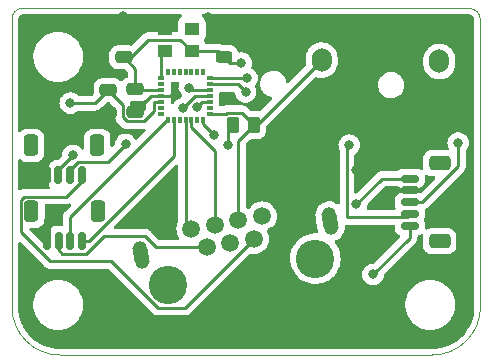
<source format=gbr>
G04 #@! TF.GenerationSoftware,KiCad,Pcbnew,(6.0.0)*
G04 #@! TF.CreationDate,2022-07-24T20:17:49-05:00*
G04 #@! TF.ProjectId,DriveByWireInputAltSTM32QFN28,44726976-6542-4795-9769-7265496e7075,rev?*
G04 #@! TF.SameCoordinates,Original*
G04 #@! TF.FileFunction,Copper,L1,Top*
G04 #@! TF.FilePolarity,Positive*
%FSLAX46Y46*%
G04 Gerber Fmt 4.6, Leading zero omitted, Abs format (unit mm)*
G04 Created by KiCad (PCBNEW (6.0.0)) date 2022-07-24 20:17:49*
%MOMM*%
%LPD*%
G01*
G04 APERTURE LIST*
G04 Aperture macros list*
%AMRoundRect*
0 Rectangle with rounded corners*
0 $1 Rounding radius*
0 $2 $3 $4 $5 $6 $7 $8 $9 X,Y pos of 4 corners*
0 Add a 4 corners polygon primitive as box body*
4,1,4,$2,$3,$4,$5,$6,$7,$8,$9,$2,$3,0*
0 Add four circle primitives for the rounded corners*
1,1,$1+$1,$2,$3*
1,1,$1+$1,$4,$5*
1,1,$1+$1,$6,$7*
1,1,$1+$1,$8,$9*
0 Add four rect primitives between the rounded corners*
20,1,$1+$1,$2,$3,$4,$5,0*
20,1,$1+$1,$4,$5,$6,$7,0*
20,1,$1+$1,$6,$7,$8,$9,0*
20,1,$1+$1,$8,$9,$2,$3,0*%
%AMHorizOval*
0 Thick line with rounded ends*
0 $1 width*
0 $2 $3 position (X,Y) of the first rounded end (center of the circle)*
0 $4 $5 position (X,Y) of the second rounded end (center of the circle)*
0 Add line between two ends*
20,1,$1,$2,$3,$4,$5,0*
0 Add two circle primitives to create the rounded ends*
1,1,$1,$2,$3*
1,1,$1,$4,$5*%
%AMRotRect*
0 Rectangle, with rotation*
0 The origin of the aperture is its center*
0 $1 length*
0 $2 width*
0 $3 Rotation angle, in degrees counterclockwise*
0 Add horizontal line*
21,1,$1,$2,0,0,$3*%
G04 Aperture macros list end*
G04 #@! TA.AperFunction,Profile*
%ADD10C,0.050000*%
G04 #@! TD*
G04 #@! TA.AperFunction,SMDPad,CuDef*
%ADD11RoundRect,0.250000X-0.475000X0.250000X-0.475000X-0.250000X0.475000X-0.250000X0.475000X0.250000X0*%
G04 #@! TD*
G04 #@! TA.AperFunction,SMDPad,CuDef*
%ADD12RoundRect,0.250000X0.475000X-0.250000X0.475000X0.250000X-0.475000X0.250000X-0.475000X-0.250000X0*%
G04 #@! TD*
G04 #@! TA.AperFunction,SMDPad,CuDef*
%ADD13RoundRect,0.150000X-0.150000X-0.625000X0.150000X-0.625000X0.150000X0.625000X-0.150000X0.625000X0*%
G04 #@! TD*
G04 #@! TA.AperFunction,SMDPad,CuDef*
%ADD14RoundRect,0.249999X-0.350001X-0.650001X0.350001X-0.650001X0.350001X0.650001X-0.350001X0.650001X0*%
G04 #@! TD*
G04 #@! TA.AperFunction,WasherPad*
%ADD15C,3.250000*%
G04 #@! TD*
G04 #@! TA.AperFunction,ComponentPad*
%ADD16RotRect,1.500000X1.500000X10.000000*%
G04 #@! TD*
G04 #@! TA.AperFunction,ComponentPad*
%ADD17C,1.500000*%
G04 #@! TD*
G04 #@! TA.AperFunction,ComponentPad*
%ADD18HorizOval,1.259000X-0.095767X0.543121X0.095767X-0.543121X0*%
G04 #@! TD*
G04 #@! TA.AperFunction,SMDPad,CuDef*
%ADD19RoundRect,0.243750X-0.456250X0.243750X-0.456250X-0.243750X0.456250X-0.243750X0.456250X0.243750X0*%
G04 #@! TD*
G04 #@! TA.AperFunction,SMDPad,CuDef*
%ADD20R,1.300000X1.100000*%
G04 #@! TD*
G04 #@! TA.AperFunction,SMDPad,CuDef*
%ADD21R,0.599948X0.299974*%
G04 #@! TD*
G04 #@! TA.AperFunction,SMDPad,CuDef*
%ADD22R,0.299974X0.599948*%
G04 #@! TD*
G04 #@! TA.AperFunction,ComponentPad*
%ADD23RoundRect,0.250000X-0.600000X-0.750000X0.600000X-0.750000X0.600000X0.750000X-0.600000X0.750000X0*%
G04 #@! TD*
G04 #@! TA.AperFunction,ComponentPad*
%ADD24O,1.700000X2.000000*%
G04 #@! TD*
G04 #@! TA.AperFunction,SMDPad,CuDef*
%ADD25RoundRect,0.250000X-0.262500X-0.450000X0.262500X-0.450000X0.262500X0.450000X-0.262500X0.450000X0*%
G04 #@! TD*
G04 #@! TA.AperFunction,SMDPad,CuDef*
%ADD26RoundRect,0.150000X-0.625000X0.150000X-0.625000X-0.150000X0.625000X-0.150000X0.625000X0.150000X0*%
G04 #@! TD*
G04 #@! TA.AperFunction,SMDPad,CuDef*
%ADD27RoundRect,0.250000X-0.650000X0.350000X-0.650000X-0.350000X0.650000X-0.350000X0.650000X0.350000X0*%
G04 #@! TD*
G04 #@! TA.AperFunction,ViaPad*
%ADD28C,0.800000*%
G04 #@! TD*
G04 #@! TA.AperFunction,Conductor*
%ADD29C,0.250000*%
G04 #@! TD*
G04 APERTURE END LIST*
D10*
X132588000Y-110680500D02*
G75*
G03*
X136652000Y-114744500I4064000J0D01*
G01*
X172239940Y-86360000D02*
X172250164Y-110667800D01*
X132588000Y-110680500D02*
X132588000Y-86296602D01*
X172239940Y-86360000D02*
G75*
G03*
X171279873Y-85389743I-965162J5095D01*
G01*
X168153080Y-114744500D02*
G75*
G03*
X172250164Y-110667800I22733J4074289D01*
G01*
X171279820Y-85389720D02*
X133489685Y-85389720D01*
X133489685Y-85389720D02*
G75*
G03*
X132588000Y-86296602I0J-901700D01*
G01*
X168153080Y-114744500D02*
X136652000Y-114744500D01*
D11*
X140729740Y-92323220D03*
X140729740Y-94223220D03*
X143023360Y-92244480D03*
X143023360Y-94144480D03*
D12*
X142048000Y-89539460D03*
X142048000Y-87639460D03*
D13*
X135510000Y-99525000D03*
X136510000Y-99525000D03*
X137510000Y-99525000D03*
X138510000Y-99525000D03*
D14*
X139810000Y-97000000D03*
X134210000Y-97000000D03*
D13*
X135535400Y-105087600D03*
X136535400Y-105087600D03*
X137535400Y-105087600D03*
X138535400Y-105087600D03*
D14*
X134235400Y-102562600D03*
X139835400Y-102562600D03*
D15*
X158267765Y-106584015D03*
X145760706Y-108789346D03*
D16*
X155068547Y-104568939D03*
D17*
X153754950Y-102993103D03*
X153069388Y-104921445D03*
X151755790Y-103345608D03*
X151070228Y-105273951D03*
X149756630Y-103698114D03*
X149071068Y-105626457D03*
X147757470Y-104050620D03*
D18*
X143503830Y-106240577D03*
X159516804Y-103417058D03*
D19*
X150526520Y-87626560D03*
X150526520Y-89501560D03*
D20*
X147815720Y-87141620D03*
X145515720Y-87141620D03*
X145515720Y-89041620D03*
X147815720Y-89041620D03*
D21*
X145230620Y-91330120D03*
X145230620Y-91830500D03*
X145230620Y-92330880D03*
X145230620Y-92831260D03*
X145230620Y-93331640D03*
X145230620Y-93832020D03*
X145230620Y-94332400D03*
D22*
X145774180Y-94875960D03*
X146274560Y-94875960D03*
X146774940Y-94875960D03*
X147275320Y-94875960D03*
X147775700Y-94875960D03*
X148276080Y-94875960D03*
X148776460Y-94875960D03*
D21*
X149320020Y-94332400D03*
X149320020Y-93832020D03*
X149320020Y-93331640D03*
X149320020Y-92831260D03*
X149320020Y-92330880D03*
X149320020Y-91830500D03*
X149320020Y-91330120D03*
D22*
X148776460Y-90786560D03*
X148276080Y-90786560D03*
X147775700Y-90786560D03*
X147275320Y-90786560D03*
X146774940Y-90786560D03*
X146274560Y-90786560D03*
X145774180Y-90786560D03*
D23*
X166270000Y-89890000D03*
D24*
X168770000Y-89890000D03*
D25*
X151257500Y-95270000D03*
X153082500Y-95270000D03*
D26*
X166275000Y-99800000D03*
X166275000Y-100800000D03*
X166275000Y-101800000D03*
X166275000Y-102800000D03*
X166275000Y-103800000D03*
D27*
X168800000Y-98500000D03*
X168800000Y-105100000D03*
D23*
X156300000Y-89775000D03*
D24*
X158800000Y-89775000D03*
D28*
X154080000Y-86280000D03*
X146520000Y-92760000D03*
X163380000Y-105040000D03*
X140680000Y-108630000D03*
X133600000Y-94550000D03*
X141990000Y-86070000D03*
X160490000Y-88690000D03*
X162550000Y-87260000D03*
X161674500Y-99100000D03*
X170570000Y-89000000D03*
X140280000Y-87520000D03*
X156960000Y-99040000D03*
X135680000Y-103300000D03*
X163670000Y-101820000D03*
X162660000Y-92100000D03*
X151360000Y-110410000D03*
X145370000Y-101510000D03*
X133990000Y-100060000D03*
X149170000Y-86140000D03*
X158400000Y-110210000D03*
X161750000Y-101980000D03*
X152000000Y-90030000D03*
X150910000Y-96930000D03*
X149700000Y-96100000D03*
X142200000Y-96910000D03*
X147080000Y-93840000D03*
X137738395Y-97838768D03*
X148270000Y-93750000D03*
X147590000Y-92110000D03*
X137520000Y-93410000D03*
X163150000Y-107920000D03*
X161140000Y-96970000D03*
X152370000Y-92470000D03*
X152480000Y-91330000D03*
X170360000Y-96790000D03*
D29*
X146448740Y-92831260D02*
X146520000Y-92760000D01*
X135680000Y-103300000D02*
X135680000Y-104943000D01*
X140729740Y-94223220D02*
X138946780Y-94223220D01*
X144336580Y-92831260D02*
X145230620Y-92831260D01*
X143023360Y-94144480D02*
X144336580Y-92831260D01*
X135510000Y-97660000D02*
X135510000Y-99525000D01*
X134525000Y-99525000D02*
X133990000Y-100060000D01*
X135680000Y-104943000D02*
X135535400Y-105087600D01*
X135510000Y-99525000D02*
X134525000Y-99525000D01*
X138946780Y-94223220D02*
X135510000Y-97660000D01*
X163670000Y-101820000D02*
X164690000Y-100800000D01*
X164690000Y-100800000D02*
X166275000Y-100800000D01*
X145230620Y-92831260D02*
X146448740Y-92831260D01*
X150066580Y-89041620D02*
X150526520Y-89501560D01*
X163930000Y-99800000D02*
X166275000Y-99800000D01*
X144120000Y-88060000D02*
X146840000Y-88060000D01*
X144762798Y-105626457D02*
X143825651Y-104689310D01*
X146840000Y-88060000D02*
X147815720Y-89035720D01*
X147815720Y-89041620D02*
X150066580Y-89041620D01*
X143109760Y-92330880D02*
X143023360Y-92244480D01*
X140379762Y-104689310D02*
X138879072Y-106190000D01*
X142640540Y-89539460D02*
X144120000Y-88060000D01*
X145230620Y-92330880D02*
X143109760Y-92330880D01*
X143825651Y-104689310D02*
X140379762Y-104689310D01*
X143023360Y-92244480D02*
X143023360Y-90514820D01*
X143023360Y-90514820D02*
X142048000Y-89539460D01*
X136535400Y-105875400D02*
X136535400Y-105087600D01*
X151054960Y-90030000D02*
X150526520Y-89501560D01*
X161750000Y-101980000D02*
X163930000Y-99800000D01*
X150910000Y-96930000D02*
X150910000Y-95617500D01*
X142048000Y-89539460D02*
X142640540Y-89539460D01*
X136850000Y-106190000D02*
X136535400Y-105875400D01*
X147815720Y-89035720D02*
X147815720Y-89041620D01*
X150910000Y-95617500D02*
X151257500Y-95270000D01*
X138879072Y-106190000D02*
X136850000Y-106190000D01*
X152000000Y-90030000D02*
X151054960Y-90030000D01*
X149071068Y-105626457D02*
X144762798Y-105626457D01*
X147275320Y-103568470D02*
X147757470Y-104050620D01*
X147275320Y-94875960D02*
X147275320Y-103568470D01*
X147775700Y-94875960D02*
X147775700Y-95474563D01*
X149756630Y-97455493D02*
X149756630Y-103698114D01*
X147775700Y-95474563D02*
X149756630Y-97455493D01*
X148776460Y-95176460D02*
X149700000Y-96100000D01*
X148776460Y-94875960D02*
X148776460Y-95176460D01*
X151755790Y-96596710D02*
X153082500Y-95270000D01*
X150670107Y-94332400D02*
X150757027Y-94245480D01*
X153305000Y-95270000D02*
X158800000Y-89775000D01*
X149320020Y-94332400D02*
X150670107Y-94332400D01*
X150757027Y-94245480D02*
X152057980Y-94245480D01*
X151755790Y-103345608D02*
X151755790Y-96596710D01*
X152057980Y-94245480D02*
X153082500Y-95270000D01*
X153082500Y-95270000D02*
X153305000Y-95270000D01*
X133310880Y-101629120D02*
X133310880Y-104320880D01*
X133310880Y-104320880D02*
X135800000Y-106810000D01*
X138510000Y-99971072D02*
X137142992Y-101338080D01*
X138510000Y-99525000D02*
X138510000Y-99971072D01*
X147226966Y-110763867D02*
X153069388Y-104921445D01*
X135800000Y-106810000D02*
X140988965Y-106810000D01*
X137142992Y-101338080D02*
X133601920Y-101338080D01*
X133601920Y-101338080D02*
X133310880Y-101629120D01*
X140988965Y-106810000D02*
X144942832Y-110763867D01*
X144942832Y-110763867D02*
X147226966Y-110763867D01*
X138163448Y-98425480D02*
X140684520Y-98425480D01*
X148088740Y-92831260D02*
X149320020Y-92831260D01*
X137510000Y-99078928D02*
X138163448Y-98425480D01*
X147080000Y-93840000D02*
X148088740Y-92831260D01*
X140684520Y-98425480D02*
X142200000Y-96910000D01*
X137510000Y-99525000D02*
X137510000Y-99078928D01*
X148688360Y-93331640D02*
X149320020Y-93331640D01*
X136510000Y-99078928D02*
X137738395Y-97850533D01*
X148270000Y-93750000D02*
X148688360Y-93331640D01*
X136510000Y-99525000D02*
X136510000Y-99078928D01*
X137738395Y-97850533D02*
X137738395Y-97838768D01*
X147810880Y-92330880D02*
X147590000Y-92110000D01*
X149320020Y-92330880D02*
X147810880Y-92330880D01*
X137535400Y-105087600D02*
X137535400Y-103050106D01*
X145709546Y-94875960D02*
X145774180Y-94875960D01*
X137535400Y-103050106D02*
X145709546Y-94875960D01*
X139122894Y-105087600D02*
X146274560Y-97935934D01*
X146274560Y-97935934D02*
X146274560Y-94875960D01*
X138535400Y-105087600D02*
X139122894Y-105087600D01*
X144632017Y-93331640D02*
X145230620Y-93331640D01*
X139642960Y-93410000D02*
X140729740Y-92323220D01*
X137520000Y-93410000D02*
X139642960Y-93410000D01*
X144606135Y-93357522D02*
X144632017Y-93331640D01*
X141973840Y-94632453D02*
X142310387Y-94969000D01*
X144606135Y-94103865D02*
X144606135Y-93357522D01*
X163150000Y-107920000D02*
X166275000Y-104795000D01*
X142310387Y-94969000D02*
X143741000Y-94969000D01*
X140729740Y-92323220D02*
X141973840Y-93567320D01*
X143741000Y-94969000D02*
X144606135Y-94103865D01*
X166275000Y-104795000D02*
X166275000Y-103800000D01*
X141973840Y-93567320D02*
X141973840Y-94632453D01*
X151730500Y-91830500D02*
X152370000Y-92470000D01*
X160950000Y-97160000D02*
X160950000Y-103070000D01*
X160950000Y-103070000D02*
X166005000Y-103070000D01*
X166005000Y-103070000D02*
X166275000Y-102800000D01*
X161140000Y-96970000D02*
X160950000Y-97160000D01*
X149320020Y-91830500D02*
X151730500Y-91830500D01*
X170360000Y-98752493D02*
X167312493Y-101800000D01*
X149320020Y-91330120D02*
X152479880Y-91330120D01*
X152479880Y-91330120D02*
X152480000Y-91330000D01*
X170360000Y-96790000D02*
X170360000Y-98752493D01*
X167312493Y-101800000D02*
X166275000Y-101800000D01*
X145515720Y-89041620D02*
X145230620Y-89326720D01*
X145230620Y-89326720D02*
X145230620Y-91330120D01*
G04 #@! TA.AperFunction,Conductor*
G36*
X171248766Y-85899324D02*
G01*
X171270894Y-85902889D01*
X171279801Y-85901772D01*
X171288778Y-85901929D01*
X171288774Y-85902137D01*
X171310200Y-85902259D01*
X171354690Y-85908356D01*
X171378998Y-85911687D01*
X171410721Y-85920367D01*
X171490160Y-85953763D01*
X171518556Y-85970357D01*
X171586647Y-86023178D01*
X171609782Y-86046559D01*
X171661877Y-86115200D01*
X171678171Y-86143770D01*
X171710726Y-86223552D01*
X171719072Y-86255369D01*
X171727310Y-86320602D01*
X171728284Y-86338592D01*
X171728222Y-86342160D01*
X171726794Y-86351021D01*
X171727911Y-86359928D01*
X171727911Y-86359929D01*
X171730977Y-86384381D01*
X171731956Y-86400005D01*
X171739391Y-104076129D01*
X171741485Y-109053260D01*
X171742143Y-110618743D01*
X171740654Y-110638106D01*
X171736974Y-110661834D01*
X171738143Y-110670732D01*
X171738143Y-110670734D01*
X171739506Y-110681106D01*
X171740431Y-110703650D01*
X171728743Y-110943534D01*
X171725366Y-111012834D01*
X171724151Y-111025189D01*
X171674422Y-111360463D01*
X171672001Y-111372626D01*
X171589518Y-111701395D01*
X171585917Y-111713237D01*
X171507984Y-111930528D01*
X171471491Y-112032276D01*
X171466730Y-112043740D01*
X171321465Y-112349970D01*
X171315605Y-112360898D01*
X171140903Y-112651362D01*
X171134000Y-112661654D01*
X170931576Y-112933502D01*
X170923681Y-112943081D01*
X170695490Y-113193689D01*
X170686690Y-113202445D01*
X170434949Y-113429381D01*
X170425331Y-113437228D01*
X170152481Y-113638290D01*
X170142137Y-113645153D01*
X169850829Y-113818391D01*
X169839860Y-113824203D01*
X169532903Y-113967941D01*
X169521431Y-113972639D01*
X169201828Y-114085472D01*
X169189935Y-114089022D01*
X169025358Y-114129440D01*
X168860782Y-114169858D01*
X168848596Y-114172221D01*
X168513093Y-114220275D01*
X168500732Y-114221428D01*
X168198838Y-114234629D01*
X168173256Y-114233139D01*
X168171078Y-114232787D01*
X168171070Y-114232787D01*
X168162213Y-114231357D01*
X168153308Y-114232471D01*
X168153304Y-114232471D01*
X168128896Y-114235525D01*
X168113255Y-114236500D01*
X136701328Y-114236500D01*
X136681943Y-114235000D01*
X136667142Y-114232695D01*
X136667139Y-114232695D01*
X136658270Y-114231314D01*
X136638946Y-114233841D01*
X136616430Y-114234753D01*
X136309627Y-114219680D01*
X136297333Y-114218470D01*
X135964375Y-114169079D01*
X135952269Y-114166672D01*
X135625754Y-114084885D01*
X135613924Y-114081296D01*
X135297006Y-113967901D01*
X135285582Y-113963169D01*
X135117571Y-113883706D01*
X134981303Y-113819256D01*
X134970402Y-113813429D01*
X134681698Y-113640386D01*
X134671417Y-113633516D01*
X134401069Y-113433012D01*
X134391511Y-113425168D01*
X134142115Y-113199129D01*
X134133371Y-113190385D01*
X133907332Y-112940989D01*
X133899488Y-112931431D01*
X133698984Y-112661083D01*
X133692114Y-112650802D01*
X133560197Y-112430712D01*
X133519069Y-112362094D01*
X133513242Y-112351193D01*
X133493625Y-112309715D01*
X133369331Y-112046918D01*
X133364599Y-112035494D01*
X133251204Y-111718576D01*
X133247615Y-111706744D01*
X133190604Y-111479142D01*
X133165828Y-111380231D01*
X133163419Y-111368116D01*
X133163195Y-111366600D01*
X133114030Y-111035167D01*
X133112819Y-111022866D01*
X133108511Y-110935159D01*
X133098293Y-110727165D01*
X133099886Y-110700086D01*
X133100264Y-110697840D01*
X133100265Y-110697831D01*
X133101071Y-110693039D01*
X133101224Y-110680500D01*
X133097273Y-110652912D01*
X133096000Y-110635049D01*
X133096000Y-110632703D01*
X134390743Y-110632703D01*
X134391302Y-110636947D01*
X134391302Y-110636951D01*
X134403179Y-110727165D01*
X134428268Y-110917734D01*
X134504129Y-111195036D01*
X134505813Y-111198984D01*
X134592126Y-111401340D01*
X134616923Y-111459476D01*
X134764561Y-111706161D01*
X134944313Y-111930528D01*
X135152851Y-112128423D01*
X135386317Y-112296186D01*
X135390112Y-112298195D01*
X135390113Y-112298196D01*
X135411869Y-112309715D01*
X135640392Y-112430712D01*
X135910373Y-112529511D01*
X136191264Y-112590755D01*
X136219841Y-112593004D01*
X136414282Y-112608307D01*
X136414291Y-112608307D01*
X136416739Y-112608500D01*
X136572271Y-112608500D01*
X136574407Y-112608354D01*
X136574418Y-112608354D01*
X136782548Y-112594165D01*
X136782554Y-112594164D01*
X136786825Y-112593873D01*
X136791020Y-112593004D01*
X136791022Y-112593004D01*
X136927584Y-112564723D01*
X137068342Y-112535574D01*
X137339343Y-112439607D01*
X137502143Y-112355580D01*
X137591005Y-112309715D01*
X137591006Y-112309715D01*
X137594812Y-112307750D01*
X137598313Y-112305289D01*
X137598317Y-112305287D01*
X137712418Y-112225095D01*
X137830023Y-112142441D01*
X137942277Y-112038128D01*
X138037479Y-111949661D01*
X138037481Y-111949658D01*
X138040622Y-111946740D01*
X138222713Y-111724268D01*
X138372927Y-111479142D01*
X138408797Y-111397429D01*
X138486757Y-111219830D01*
X138488483Y-111215898D01*
X138567244Y-110939406D01*
X138604157Y-110680035D01*
X138607146Y-110659036D01*
X138607146Y-110659034D01*
X138607751Y-110654784D01*
X138607808Y-110644023D01*
X138609235Y-110371583D01*
X138609235Y-110371576D01*
X138609257Y-110367297D01*
X138571732Y-110082266D01*
X138495871Y-109804964D01*
X138383077Y-109540524D01*
X138235439Y-109293839D01*
X138055687Y-109069472D01*
X137883558Y-108906128D01*
X137850258Y-108874527D01*
X137850255Y-108874525D01*
X137847149Y-108871577D01*
X137613683Y-108703814D01*
X137591843Y-108692250D01*
X137549404Y-108669780D01*
X137359608Y-108569288D01*
X137173338Y-108501123D01*
X137093658Y-108471964D01*
X137093656Y-108471963D01*
X137089627Y-108470489D01*
X136808736Y-108409245D01*
X136777685Y-108406801D01*
X136585718Y-108391693D01*
X136585709Y-108391693D01*
X136583261Y-108391500D01*
X136427729Y-108391500D01*
X136425593Y-108391646D01*
X136425582Y-108391646D01*
X136217452Y-108405835D01*
X136217446Y-108405836D01*
X136213175Y-108406127D01*
X136208980Y-108406996D01*
X136208978Y-108406996D01*
X136072417Y-108435276D01*
X135931658Y-108464426D01*
X135660657Y-108560393D01*
X135405188Y-108692250D01*
X135401687Y-108694711D01*
X135401683Y-108694713D01*
X135367051Y-108719053D01*
X135169977Y-108857559D01*
X135154892Y-108871577D01*
X135000341Y-109015195D01*
X134959378Y-109053260D01*
X134777287Y-109275732D01*
X134627073Y-109520858D01*
X134511517Y-109784102D01*
X134432756Y-110060594D01*
X134392249Y-110345216D01*
X134392227Y-110349505D01*
X134392226Y-110349512D01*
X134390816Y-110618743D01*
X134390743Y-110632703D01*
X133096000Y-110632703D01*
X133096000Y-105306094D01*
X133116002Y-105237973D01*
X133169658Y-105191480D01*
X133239932Y-105181376D01*
X133304512Y-105210870D01*
X133311095Y-105216999D01*
X135296343Y-107202247D01*
X135303887Y-107210537D01*
X135308000Y-107217018D01*
X135313777Y-107222443D01*
X135357667Y-107263658D01*
X135360509Y-107266413D01*
X135380230Y-107286134D01*
X135383425Y-107288612D01*
X135392447Y-107296318D01*
X135424679Y-107326586D01*
X135431628Y-107330406D01*
X135442432Y-107336346D01*
X135458956Y-107347199D01*
X135474959Y-107359613D01*
X135515543Y-107377176D01*
X135526173Y-107382383D01*
X135564940Y-107403695D01*
X135572617Y-107405666D01*
X135572622Y-107405668D01*
X135584558Y-107408732D01*
X135603266Y-107415137D01*
X135621855Y-107423181D01*
X135629683Y-107424421D01*
X135629690Y-107424423D01*
X135665524Y-107430099D01*
X135677144Y-107432505D01*
X135707946Y-107440413D01*
X135719970Y-107443500D01*
X135740224Y-107443500D01*
X135759934Y-107445051D01*
X135779943Y-107448220D01*
X135787835Y-107447474D01*
X135823961Y-107444059D01*
X135835819Y-107443500D01*
X140674371Y-107443500D01*
X140742492Y-107463502D01*
X140763466Y-107480405D01*
X144439175Y-111156114D01*
X144446719Y-111164404D01*
X144450832Y-111170885D01*
X144456609Y-111176310D01*
X144500499Y-111217525D01*
X144503341Y-111220280D01*
X144523062Y-111240001D01*
X144526257Y-111242479D01*
X144535279Y-111250185D01*
X144567511Y-111280453D01*
X144574460Y-111284273D01*
X144585264Y-111290213D01*
X144601788Y-111301066D01*
X144617791Y-111313480D01*
X144658375Y-111331043D01*
X144669005Y-111336250D01*
X144707772Y-111357562D01*
X144715449Y-111359533D01*
X144715454Y-111359535D01*
X144727390Y-111362599D01*
X144746098Y-111369004D01*
X144764687Y-111377048D01*
X144772512Y-111378287D01*
X144772514Y-111378288D01*
X144808351Y-111383964D01*
X144819972Y-111386371D01*
X144851791Y-111394540D01*
X144862802Y-111397367D01*
X144883063Y-111397367D01*
X144902772Y-111398918D01*
X144922775Y-111402086D01*
X144930667Y-111401340D01*
X144935894Y-111400846D01*
X144966786Y-111397926D01*
X144978643Y-111397367D01*
X147148199Y-111397367D01*
X147159382Y-111397894D01*
X147166875Y-111399569D01*
X147174801Y-111399320D01*
X147174802Y-111399320D01*
X147234952Y-111397429D01*
X147238911Y-111397367D01*
X147266822Y-111397367D01*
X147270757Y-111396870D01*
X147270822Y-111396862D01*
X147282659Y-111395929D01*
X147314917Y-111394915D01*
X147318936Y-111394789D01*
X147326855Y-111394540D01*
X147346309Y-111388888D01*
X147365666Y-111384880D01*
X147377896Y-111383335D01*
X147377897Y-111383335D01*
X147385763Y-111382341D01*
X147393134Y-111379422D01*
X147393136Y-111379422D01*
X147426878Y-111366063D01*
X147438108Y-111362218D01*
X147472949Y-111352096D01*
X147472950Y-111352096D01*
X147480559Y-111349885D01*
X147487378Y-111345852D01*
X147487383Y-111345850D01*
X147497994Y-111339574D01*
X147515742Y-111330879D01*
X147534583Y-111323419D01*
X147554953Y-111308620D01*
X147570353Y-111297431D01*
X147580273Y-111290915D01*
X147611501Y-111272447D01*
X147611504Y-111272445D01*
X147618328Y-111268409D01*
X147632649Y-111254088D01*
X147647683Y-111241247D01*
X147649398Y-111240001D01*
X147664073Y-111229339D01*
X147692264Y-111195262D01*
X147700254Y-111186483D01*
X148254034Y-110632703D01*
X165890743Y-110632703D01*
X165891302Y-110636947D01*
X165891302Y-110636951D01*
X165903179Y-110727165D01*
X165928268Y-110917734D01*
X166004129Y-111195036D01*
X166005813Y-111198984D01*
X166092126Y-111401340D01*
X166116923Y-111459476D01*
X166264561Y-111706161D01*
X166444313Y-111930528D01*
X166652851Y-112128423D01*
X166886317Y-112296186D01*
X166890112Y-112298195D01*
X166890113Y-112298196D01*
X166911869Y-112309715D01*
X167140392Y-112430712D01*
X167410373Y-112529511D01*
X167691264Y-112590755D01*
X167719841Y-112593004D01*
X167914282Y-112608307D01*
X167914291Y-112608307D01*
X167916739Y-112608500D01*
X168072271Y-112608500D01*
X168074407Y-112608354D01*
X168074418Y-112608354D01*
X168282548Y-112594165D01*
X168282554Y-112594164D01*
X168286825Y-112593873D01*
X168291020Y-112593004D01*
X168291022Y-112593004D01*
X168427584Y-112564723D01*
X168568342Y-112535574D01*
X168839343Y-112439607D01*
X169002143Y-112355580D01*
X169091005Y-112309715D01*
X169091006Y-112309715D01*
X169094812Y-112307750D01*
X169098313Y-112305289D01*
X169098317Y-112305287D01*
X169212418Y-112225095D01*
X169330023Y-112142441D01*
X169442277Y-112038128D01*
X169537479Y-111949661D01*
X169537481Y-111949658D01*
X169540622Y-111946740D01*
X169722713Y-111724268D01*
X169872927Y-111479142D01*
X169908797Y-111397429D01*
X169986757Y-111219830D01*
X169988483Y-111215898D01*
X170067244Y-110939406D01*
X170104157Y-110680035D01*
X170107146Y-110659036D01*
X170107146Y-110659034D01*
X170107751Y-110654784D01*
X170107808Y-110644023D01*
X170109235Y-110371583D01*
X170109235Y-110371576D01*
X170109257Y-110367297D01*
X170071732Y-110082266D01*
X169995871Y-109804964D01*
X169883077Y-109540524D01*
X169735439Y-109293839D01*
X169555687Y-109069472D01*
X169383558Y-108906128D01*
X169350258Y-108874527D01*
X169350255Y-108874525D01*
X169347149Y-108871577D01*
X169113683Y-108703814D01*
X169091843Y-108692250D01*
X169049404Y-108669780D01*
X168859608Y-108569288D01*
X168673338Y-108501123D01*
X168593658Y-108471964D01*
X168593656Y-108471963D01*
X168589627Y-108470489D01*
X168308736Y-108409245D01*
X168277685Y-108406801D01*
X168085718Y-108391693D01*
X168085709Y-108391693D01*
X168083261Y-108391500D01*
X167927729Y-108391500D01*
X167925593Y-108391646D01*
X167925582Y-108391646D01*
X167717452Y-108405835D01*
X167717446Y-108405836D01*
X167713175Y-108406127D01*
X167708980Y-108406996D01*
X167708978Y-108406996D01*
X167572417Y-108435276D01*
X167431658Y-108464426D01*
X167160657Y-108560393D01*
X166905188Y-108692250D01*
X166901687Y-108694711D01*
X166901683Y-108694713D01*
X166867051Y-108719053D01*
X166669977Y-108857559D01*
X166654892Y-108871577D01*
X166500341Y-109015195D01*
X166459378Y-109053260D01*
X166277287Y-109275732D01*
X166127073Y-109520858D01*
X166011517Y-109784102D01*
X165932756Y-110060594D01*
X165892249Y-110345216D01*
X165892227Y-110349505D01*
X165892226Y-110349512D01*
X165890816Y-110618743D01*
X165890743Y-110632703D01*
X148254034Y-110632703D01*
X152325116Y-106561621D01*
X156129397Y-106561621D01*
X156146143Y-106852038D01*
X156146968Y-106856243D01*
X156146969Y-106856251D01*
X156170187Y-106974595D01*
X156202147Y-107137496D01*
X156203534Y-107141547D01*
X156203535Y-107141551D01*
X156294985Y-107408656D01*
X156294989Y-107408665D01*
X156296374Y-107412711D01*
X156427081Y-107672592D01*
X156509465Y-107792461D01*
X156586174Y-107904074D01*
X156591848Y-107912330D01*
X156594735Y-107915503D01*
X156594736Y-107915504D01*
X156598414Y-107919546D01*
X156787627Y-108127488D01*
X156790916Y-108130238D01*
X157007503Y-108311334D01*
X157007508Y-108311338D01*
X157010795Y-108314086D01*
X157075823Y-108354878D01*
X157253582Y-108466386D01*
X157253586Y-108466388D01*
X157257222Y-108468669D01*
X157261132Y-108470434D01*
X157261133Y-108470435D01*
X157275562Y-108476950D01*
X157522349Y-108588378D01*
X157526468Y-108589598D01*
X157797156Y-108669780D01*
X157797161Y-108669781D01*
X157801269Y-108670998D01*
X157805503Y-108671646D01*
X157805508Y-108671647D01*
X158032104Y-108706321D01*
X158088821Y-108715000D01*
X158236941Y-108717327D01*
X158375394Y-108719502D01*
X158375400Y-108719502D01*
X158379685Y-108719569D01*
X158668477Y-108684622D01*
X158949855Y-108610804D01*
X159218611Y-108499481D01*
X159469772Y-108352714D01*
X159698691Y-108173219D01*
X159740343Y-108130238D01*
X159898148Y-107967395D01*
X159901131Y-107964317D01*
X160073348Y-107729873D01*
X160076649Y-107723794D01*
X160210103Y-107478001D01*
X160210104Y-107477999D01*
X160212153Y-107474225D01*
X160314978Y-107202105D01*
X160359292Y-107008621D01*
X160378965Y-106922728D01*
X160378966Y-106922723D01*
X160379922Y-106918548D01*
X160405781Y-106628800D01*
X160406250Y-106584015D01*
X160396595Y-106442392D01*
X160386756Y-106298066D01*
X160386755Y-106298060D01*
X160386464Y-106293789D01*
X160366126Y-106195577D01*
X160328343Y-106013131D01*
X160327474Y-106008934D01*
X160230370Y-105734720D01*
X160096949Y-105476222D01*
X160083530Y-105457128D01*
X160015066Y-105359715D01*
X159929680Y-105238223D01*
X159926761Y-105235082D01*
X159926460Y-105234710D01*
X159899132Y-105169184D01*
X159911569Y-105099285D01*
X159959821Y-105047206D01*
X159981799Y-105036824D01*
X160064329Y-105007192D01*
X160095571Y-104995975D01*
X160207293Y-104930821D01*
X160271251Y-104893522D01*
X160271254Y-104893520D01*
X160276242Y-104890611D01*
X160280612Y-104886846D01*
X160280617Y-104886842D01*
X160421867Y-104765132D01*
X160434687Y-104754086D01*
X160449684Y-104735400D01*
X160561987Y-104595474D01*
X160561990Y-104595470D01*
X160565598Y-104590974D01*
X160641241Y-104450196D01*
X160661855Y-104411831D01*
X160661856Y-104411829D01*
X160664593Y-104406735D01*
X160728355Y-104207542D01*
X160747393Y-104057885D01*
X160754021Y-104005788D01*
X160754021Y-104005786D01*
X160754749Y-104000064D01*
X160754282Y-103991828D01*
X160745469Y-103836644D01*
X160761576Y-103767498D01*
X160812510Y-103718038D01*
X160871266Y-103703500D01*
X160878207Y-103703500D01*
X160901816Y-103705732D01*
X160902119Y-103705790D01*
X160902123Y-103705790D01*
X160909906Y-103707275D01*
X160965951Y-103703749D01*
X160973862Y-103703500D01*
X164865500Y-103703500D01*
X164933621Y-103723502D01*
X164980114Y-103777158D01*
X164991500Y-103829500D01*
X164991500Y-104016502D01*
X164994438Y-104053831D01*
X165007686Y-104099431D01*
X165034630Y-104192173D01*
X165040855Y-104213601D01*
X165044892Y-104220427D01*
X165121509Y-104349980D01*
X165121511Y-104349983D01*
X165125547Y-104356807D01*
X165243193Y-104474453D01*
X165250017Y-104478489D01*
X165250020Y-104478491D01*
X165386399Y-104559145D01*
X165385264Y-104561065D01*
X165431088Y-104599186D01*
X165452456Y-104666890D01*
X165433827Y-104735400D01*
X165415576Y-104758519D01*
X163199500Y-106974595D01*
X163137188Y-107008621D01*
X163110405Y-107011500D01*
X163054513Y-107011500D01*
X163048061Y-107012872D01*
X163048056Y-107012872D01*
X162964072Y-107030724D01*
X162867712Y-107051206D01*
X162861682Y-107053891D01*
X162861681Y-107053891D01*
X162699278Y-107126197D01*
X162699276Y-107126198D01*
X162693248Y-107128882D01*
X162687907Y-107132762D01*
X162687906Y-107132763D01*
X162638238Y-107168849D01*
X162538747Y-107241134D01*
X162534326Y-107246044D01*
X162534325Y-107246045D01*
X162416262Y-107377168D01*
X162410960Y-107383056D01*
X162364514Y-107463502D01*
X162319777Y-107540990D01*
X162315473Y-107548444D01*
X162256458Y-107730072D01*
X162236496Y-107920000D01*
X162237186Y-107926565D01*
X162254569Y-108091951D01*
X162256458Y-108109928D01*
X162315473Y-108291556D01*
X162410960Y-108456944D01*
X162415378Y-108461851D01*
X162415379Y-108461852D01*
X162530402Y-108589598D01*
X162538747Y-108598866D01*
X162636351Y-108669780D01*
X162686646Y-108706321D01*
X162693248Y-108711118D01*
X162699276Y-108713802D01*
X162699278Y-108713803D01*
X162712229Y-108719569D01*
X162867712Y-108788794D01*
X162961112Y-108808647D01*
X163048056Y-108827128D01*
X163048061Y-108827128D01*
X163054513Y-108828500D01*
X163245487Y-108828500D01*
X163251939Y-108827128D01*
X163251944Y-108827128D01*
X163338888Y-108808647D01*
X163432288Y-108788794D01*
X163587771Y-108719569D01*
X163600722Y-108713803D01*
X163600724Y-108713802D01*
X163606752Y-108711118D01*
X163613355Y-108706321D01*
X163663649Y-108669780D01*
X163761253Y-108598866D01*
X163769598Y-108589598D01*
X163884621Y-108461852D01*
X163884622Y-108461851D01*
X163889040Y-108456944D01*
X163984527Y-108291556D01*
X164043542Y-108109928D01*
X164045432Y-108091951D01*
X164055220Y-107998820D01*
X164060907Y-107944706D01*
X164087920Y-107879050D01*
X164097122Y-107868782D01*
X166667247Y-105298657D01*
X166675537Y-105291113D01*
X166682018Y-105287000D01*
X166728659Y-105237332D01*
X166731413Y-105234491D01*
X166751134Y-105214770D01*
X166753612Y-105211575D01*
X166761318Y-105202553D01*
X166771716Y-105191480D01*
X166791586Y-105170321D01*
X166801346Y-105152568D01*
X166812199Y-105136045D01*
X166819753Y-105126306D01*
X166824613Y-105120041D01*
X166842176Y-105079457D01*
X166847383Y-105068827D01*
X166868695Y-105030060D01*
X166870666Y-105022383D01*
X166870668Y-105022378D01*
X166873732Y-105010442D01*
X166880138Y-104991730D01*
X166885034Y-104980417D01*
X166888181Y-104973145D01*
X166890889Y-104956052D01*
X166895097Y-104929481D01*
X166897504Y-104917860D01*
X166906528Y-104882711D01*
X166906528Y-104882710D01*
X166908500Y-104875030D01*
X166908500Y-104854769D01*
X166910051Y-104835058D01*
X166910744Y-104830686D01*
X166913219Y-104815057D01*
X166909059Y-104771046D01*
X166908500Y-104759189D01*
X166908500Y-104727378D01*
X166928502Y-104659257D01*
X166982158Y-104612764D01*
X167003935Y-104605920D01*
X167003831Y-104605562D01*
X167155988Y-104561357D01*
X167155990Y-104561356D01*
X167163601Y-104559145D01*
X167198031Y-104538783D01*
X167206586Y-104533724D01*
X167275402Y-104516265D01*
X167342734Y-104538783D01*
X167387202Y-104594128D01*
X167396068Y-104655020D01*
X167391500Y-104699600D01*
X167391500Y-105500400D01*
X167391837Y-105503646D01*
X167391837Y-105503650D01*
X167397436Y-105557607D01*
X167402474Y-105606166D01*
X167404655Y-105612702D01*
X167404655Y-105612704D01*
X167421547Y-105663335D01*
X167458450Y-105773946D01*
X167551522Y-105924348D01*
X167676697Y-106049305D01*
X167682927Y-106053145D01*
X167682928Y-106053146D01*
X167820090Y-106137694D01*
X167827262Y-106142115D01*
X167870626Y-106156498D01*
X167988611Y-106195632D01*
X167988613Y-106195632D01*
X167995139Y-106197797D01*
X168001975Y-106198497D01*
X168001978Y-106198498D01*
X168045031Y-106202909D01*
X168099600Y-106208500D01*
X169500400Y-106208500D01*
X169503646Y-106208163D01*
X169503650Y-106208163D01*
X169599308Y-106198238D01*
X169599312Y-106198237D01*
X169606166Y-106197526D01*
X169612702Y-106195345D01*
X169612704Y-106195345D01*
X169744806Y-106151272D01*
X169773946Y-106141550D01*
X169924348Y-106048478D01*
X170049305Y-105923303D01*
X170105614Y-105831953D01*
X170138275Y-105778968D01*
X170138276Y-105778966D01*
X170142115Y-105772738D01*
X170182213Y-105651846D01*
X170195632Y-105611389D01*
X170195632Y-105611387D01*
X170197797Y-105604861D01*
X170208500Y-105500400D01*
X170208500Y-104699600D01*
X170206185Y-104677286D01*
X170198238Y-104600692D01*
X170198237Y-104600688D01*
X170197526Y-104593834D01*
X170194876Y-104585889D01*
X170143868Y-104433002D01*
X170141550Y-104426054D01*
X170048478Y-104275652D01*
X169923303Y-104150695D01*
X169913337Y-104144552D01*
X169778968Y-104061725D01*
X169778966Y-104061724D01*
X169772738Y-104057885D01*
X169655376Y-104018958D01*
X169611389Y-104004368D01*
X169611387Y-104004368D01*
X169604861Y-104002203D01*
X169598025Y-104001503D01*
X169598022Y-104001502D01*
X169546584Y-103996232D01*
X169500400Y-103991500D01*
X168099600Y-103991500D01*
X168096354Y-103991837D01*
X168096350Y-103991837D01*
X168000692Y-104001762D01*
X168000688Y-104001763D01*
X167993834Y-104002474D01*
X167987298Y-104004655D01*
X167987296Y-104004655D01*
X167893920Y-104035808D01*
X167826054Y-104058450D01*
X167759830Y-104099431D01*
X167750803Y-104105017D01*
X167682351Y-104123855D01*
X167614582Y-104102694D01*
X167569010Y-104048253D01*
X167558500Y-103997873D01*
X167558500Y-103583498D01*
X167555562Y-103546169D01*
X167509145Y-103386399D01*
X167502589Y-103375313D01*
X167495980Y-103364137D01*
X167478522Y-103295321D01*
X167495980Y-103235863D01*
X167505109Y-103220426D01*
X167505110Y-103220424D01*
X167509145Y-103213601D01*
X167555562Y-103053831D01*
X167558500Y-103016502D01*
X167558500Y-102583498D01*
X167558307Y-102581042D01*
X167556067Y-102552579D01*
X167556066Y-102552574D01*
X167555562Y-102546169D01*
X167545580Y-102511809D01*
X167545783Y-102440813D01*
X167584337Y-102381197D01*
X167605880Y-102366240D01*
X167612734Y-102362472D01*
X167620110Y-102359552D01*
X167655880Y-102333564D01*
X167665800Y-102327048D01*
X167697028Y-102308580D01*
X167697031Y-102308578D01*
X167703855Y-102304542D01*
X167718176Y-102290221D01*
X167733210Y-102277380D01*
X167749600Y-102265472D01*
X167777791Y-102231395D01*
X167785781Y-102222616D01*
X170752253Y-99256145D01*
X170760539Y-99248605D01*
X170767018Y-99244493D01*
X170813644Y-99194841D01*
X170816398Y-99192000D01*
X170836135Y-99172263D01*
X170838615Y-99169066D01*
X170846320Y-99160044D01*
X170876586Y-99127814D01*
X170880405Y-99120868D01*
X170880407Y-99120865D01*
X170886348Y-99110059D01*
X170897199Y-99093540D01*
X170904758Y-99083794D01*
X170909614Y-99077534D01*
X170912759Y-99070265D01*
X170912762Y-99070261D01*
X170927174Y-99036956D01*
X170932391Y-99026306D01*
X170953695Y-98987553D01*
X170958733Y-98967930D01*
X170965137Y-98949227D01*
X170970033Y-98937913D01*
X170970033Y-98937912D01*
X170973181Y-98930638D01*
X170974420Y-98922815D01*
X170974423Y-98922805D01*
X170980099Y-98886969D01*
X170982505Y-98875349D01*
X170991528Y-98840204D01*
X170991528Y-98840203D01*
X170993500Y-98832523D01*
X170993500Y-98812269D01*
X170995051Y-98792558D01*
X170996980Y-98780379D01*
X170998220Y-98772550D01*
X170994059Y-98728531D01*
X170993500Y-98716674D01*
X170993500Y-97492524D01*
X171013502Y-97424403D01*
X171025858Y-97408221D01*
X171099040Y-97326944D01*
X171194527Y-97161556D01*
X171253542Y-96979928D01*
X171254586Y-96970000D01*
X171272814Y-96796565D01*
X171273504Y-96790000D01*
X171253542Y-96600072D01*
X171194527Y-96418444D01*
X171188321Y-96407694D01*
X171125912Y-96299600D01*
X171099040Y-96253056D01*
X171079302Y-96231134D01*
X170975675Y-96116045D01*
X170975674Y-96116044D01*
X170971253Y-96111134D01*
X170865374Y-96034208D01*
X170822094Y-96002763D01*
X170822093Y-96002762D01*
X170816752Y-95998882D01*
X170810724Y-95996198D01*
X170810722Y-95996197D01*
X170648319Y-95923891D01*
X170648318Y-95923891D01*
X170642288Y-95921206D01*
X170548887Y-95901353D01*
X170461944Y-95882872D01*
X170461939Y-95882872D01*
X170455487Y-95881500D01*
X170264513Y-95881500D01*
X170258061Y-95882872D01*
X170258056Y-95882872D01*
X170171113Y-95901353D01*
X170077712Y-95921206D01*
X170071682Y-95923891D01*
X170071681Y-95923891D01*
X169909278Y-95996197D01*
X169909276Y-95996198D01*
X169903248Y-95998882D01*
X169897907Y-96002762D01*
X169897906Y-96002763D01*
X169854626Y-96034208D01*
X169748747Y-96111134D01*
X169744326Y-96116044D01*
X169744325Y-96116045D01*
X169640699Y-96231134D01*
X169620960Y-96253056D01*
X169594088Y-96299600D01*
X169531680Y-96407694D01*
X169525473Y-96418444D01*
X169466458Y-96600072D01*
X169446496Y-96790000D01*
X169447186Y-96796565D01*
X169465415Y-96970000D01*
X169466458Y-96979928D01*
X169525473Y-97161556D01*
X169528776Y-97167278D01*
X169528777Y-97167279D01*
X169549112Y-97202500D01*
X169565850Y-97271495D01*
X169542630Y-97338587D01*
X169486822Y-97382474D01*
X169439993Y-97391500D01*
X168099600Y-97391500D01*
X168096354Y-97391837D01*
X168096350Y-97391837D01*
X168000692Y-97401762D01*
X168000688Y-97401763D01*
X167993834Y-97402474D01*
X167987298Y-97404655D01*
X167987296Y-97404655D01*
X167928105Y-97424403D01*
X167826054Y-97458450D01*
X167675652Y-97551522D01*
X167550695Y-97676697D01*
X167546855Y-97682927D01*
X167546854Y-97682928D01*
X167467669Y-97811390D01*
X167457885Y-97827262D01*
X167402203Y-97995139D01*
X167391500Y-98099600D01*
X167391500Y-98900400D01*
X167396113Y-98944856D01*
X167383249Y-99014675D01*
X167334678Y-99066458D01*
X167265823Y-99083761D01*
X167206649Y-99066314D01*
X167163601Y-99040855D01*
X167155990Y-99038644D01*
X167155988Y-99038643D01*
X167103769Y-99023472D01*
X167003831Y-98994438D01*
X166997426Y-98993934D01*
X166997421Y-98993933D01*
X166968958Y-98991693D01*
X166968950Y-98991693D01*
X166966502Y-98991500D01*
X165583498Y-98991500D01*
X165581050Y-98991693D01*
X165581042Y-98991693D01*
X165552579Y-98993933D01*
X165552574Y-98993934D01*
X165546169Y-98994438D01*
X165446231Y-99023472D01*
X165394012Y-99038643D01*
X165394010Y-99038644D01*
X165386399Y-99040855D01*
X165379572Y-99044892D01*
X165379573Y-99044892D01*
X165250020Y-99121509D01*
X165250017Y-99121511D01*
X165243193Y-99125547D01*
X165237585Y-99131155D01*
X165231325Y-99136011D01*
X165230156Y-99134504D01*
X165176833Y-99163621D01*
X165150050Y-99166500D01*
X164008768Y-99166500D01*
X163997585Y-99165973D01*
X163990092Y-99164298D01*
X163982166Y-99164547D01*
X163982165Y-99164547D01*
X163922002Y-99166438D01*
X163918044Y-99166500D01*
X163890144Y-99166500D01*
X163886154Y-99167004D01*
X163874320Y-99167936D01*
X163830111Y-99169326D01*
X163822495Y-99171539D01*
X163822493Y-99171539D01*
X163810652Y-99174979D01*
X163791293Y-99178988D01*
X163789983Y-99179154D01*
X163771203Y-99181526D01*
X163763837Y-99184442D01*
X163763831Y-99184444D01*
X163730098Y-99197800D01*
X163718868Y-99201645D01*
X163714507Y-99202912D01*
X163676407Y-99213981D01*
X163669584Y-99218016D01*
X163658966Y-99224295D01*
X163641213Y-99232992D01*
X163633568Y-99236019D01*
X163622383Y-99240448D01*
X163600778Y-99256145D01*
X163586612Y-99266437D01*
X163576695Y-99272951D01*
X163538638Y-99295458D01*
X163524317Y-99309779D01*
X163509284Y-99322619D01*
X163492893Y-99334528D01*
X163487842Y-99340634D01*
X163464702Y-99368605D01*
X163456712Y-99377384D01*
X161799500Y-101034595D01*
X161737188Y-101068621D01*
X161710405Y-101071500D01*
X161709500Y-101071500D01*
X161641379Y-101051498D01*
X161594886Y-100997842D01*
X161583500Y-100945500D01*
X161583500Y-97834946D01*
X161603502Y-97766825D01*
X161635439Y-97733010D01*
X161745909Y-97652749D01*
X161745911Y-97652747D01*
X161751253Y-97648866D01*
X161756929Y-97642562D01*
X161874621Y-97511852D01*
X161874622Y-97511851D01*
X161879040Y-97506944D01*
X161974527Y-97341556D01*
X162033542Y-97159928D01*
X162050310Y-97000394D01*
X162052814Y-96976565D01*
X162053504Y-96970000D01*
X162036454Y-96807777D01*
X162034232Y-96786635D01*
X162034232Y-96786633D01*
X162033542Y-96780072D01*
X161974527Y-96598444D01*
X161879040Y-96433056D01*
X161871543Y-96424729D01*
X161755675Y-96296045D01*
X161755674Y-96296044D01*
X161751253Y-96291134D01*
X161652157Y-96219136D01*
X161602094Y-96182763D01*
X161602093Y-96182762D01*
X161596752Y-96178882D01*
X161590724Y-96176198D01*
X161590722Y-96176197D01*
X161428319Y-96103891D01*
X161428318Y-96103891D01*
X161422288Y-96101206D01*
X161328888Y-96081353D01*
X161241944Y-96062872D01*
X161241939Y-96062872D01*
X161235487Y-96061500D01*
X161044513Y-96061500D01*
X161038061Y-96062872D01*
X161038056Y-96062872D01*
X160951112Y-96081353D01*
X160857712Y-96101206D01*
X160851682Y-96103891D01*
X160851681Y-96103891D01*
X160689278Y-96176197D01*
X160689276Y-96176198D01*
X160683248Y-96178882D01*
X160677907Y-96182762D01*
X160677906Y-96182763D01*
X160627843Y-96219136D01*
X160528747Y-96291134D01*
X160524326Y-96296044D01*
X160524325Y-96296045D01*
X160408458Y-96424729D01*
X160400960Y-96433056D01*
X160305473Y-96598444D01*
X160246458Y-96780072D01*
X160245768Y-96786633D01*
X160245768Y-96786635D01*
X160243546Y-96807777D01*
X160226496Y-96970000D01*
X160227186Y-96976565D01*
X160229691Y-97000394D01*
X160246458Y-97159928D01*
X160305473Y-97341556D01*
X160306155Y-97342737D01*
X160316500Y-97391408D01*
X160316500Y-101865873D01*
X160296498Y-101933994D01*
X160242842Y-101980487D01*
X160172568Y-101990591D01*
X160122337Y-101971844D01*
X160055389Y-101928782D01*
X159948757Y-101860194D01*
X159943409Y-101858006D01*
X159943407Y-101858005D01*
X159760527Y-101783187D01*
X159760526Y-101783187D01*
X159755181Y-101781000D01*
X159749530Y-101779825D01*
X159749528Y-101779824D01*
X159556065Y-101739584D01*
X159556061Y-101739584D01*
X159550414Y-101738409D01*
X159544642Y-101738283D01*
X159445864Y-101736128D01*
X159341314Y-101733846D01*
X159134884Y-101767465D01*
X158938037Y-101838141D01*
X158933042Y-101841054D01*
X158762357Y-101940594D01*
X158762354Y-101940596D01*
X158757366Y-101943505D01*
X158752996Y-101947270D01*
X158752991Y-101947274D01*
X158645957Y-102039501D01*
X158598921Y-102080030D01*
X158595311Y-102084528D01*
X158595310Y-102084529D01*
X158471621Y-102238642D01*
X158471618Y-102238646D01*
X158468010Y-102243142D01*
X158442581Y-102290468D01*
X158374863Y-102416498D01*
X158369015Y-102427381D01*
X158367253Y-102432886D01*
X158367252Y-102432888D01*
X158328342Y-102554443D01*
X158305253Y-102626574D01*
X158294137Y-102713955D01*
X158281499Y-102813302D01*
X158278859Y-102834051D01*
X158279186Y-102839812D01*
X158279186Y-102839816D01*
X158281813Y-102886076D01*
X158288553Y-103004785D01*
X158289195Y-103008427D01*
X158289196Y-103008434D01*
X158355842Y-103386399D01*
X158501072Y-104210038D01*
X158501927Y-104213175D01*
X158523421Y-104292012D01*
X158522041Y-104362995D01*
X158482504Y-104421964D01*
X158417363Y-104450196D01*
X158401204Y-104451152D01*
X158277116Y-104450502D01*
X158137774Y-104449772D01*
X158137768Y-104449772D01*
X158133488Y-104449750D01*
X158129244Y-104450309D01*
X158129240Y-104450309D01*
X158002221Y-104467032D01*
X157845078Y-104487720D01*
X157564489Y-104564480D01*
X157560541Y-104566164D01*
X157300865Y-104676925D01*
X157300861Y-104676927D01*
X157296913Y-104678611D01*
X157047303Y-104828000D01*
X157043952Y-104830684D01*
X157043950Y-104830686D01*
X156998497Y-104867101D01*
X156820276Y-105009882D01*
X156754237Y-105079473D01*
X156623186Y-105217572D01*
X156620034Y-105220893D01*
X156450282Y-105457128D01*
X156448278Y-105460913D01*
X156347185Y-105651846D01*
X156314162Y-105714215D01*
X156312690Y-105718238D01*
X156312688Y-105718242D01*
X156235371Y-105929521D01*
X156214191Y-105987397D01*
X156152221Y-106271619D01*
X156129397Y-106561621D01*
X152325116Y-106561621D01*
X152696964Y-106189773D01*
X152759276Y-106155747D01*
X152818669Y-106157161D01*
X152844700Y-106164136D01*
X152844707Y-106164137D01*
X152850017Y-106165560D01*
X153069388Y-106184752D01*
X153288759Y-106165560D01*
X153501464Y-106108565D01*
X153701042Y-106015501D01*
X153802147Y-105944706D01*
X153876915Y-105892353D01*
X153876917Y-105892351D01*
X153881426Y-105889194D01*
X154037137Y-105733483D01*
X154053281Y-105710428D01*
X154160287Y-105557607D01*
X154160288Y-105557605D01*
X154163444Y-105553098D01*
X154165767Y-105548116D01*
X154165770Y-105548111D01*
X154212973Y-105446883D01*
X154256508Y-105353521D01*
X154313503Y-105140816D01*
X154332695Y-104921445D01*
X154313503Y-104702074D01*
X154256508Y-104489369D01*
X154254185Y-104484387D01*
X154254182Y-104484379D01*
X154178939Y-104323019D01*
X154168278Y-104252828D01*
X154197258Y-104188015D01*
X154239885Y-104155575D01*
X154381613Y-104089487D01*
X154381619Y-104089483D01*
X154386604Y-104087159D01*
X154514117Y-103997873D01*
X154562477Y-103964011D01*
X154562479Y-103964009D01*
X154566988Y-103960852D01*
X154722699Y-103805141D01*
X154762697Y-103748019D01*
X154845849Y-103629265D01*
X154845850Y-103629263D01*
X154849006Y-103624756D01*
X154851329Y-103619774D01*
X154851332Y-103619769D01*
X154898535Y-103518541D01*
X154942070Y-103425179D01*
X154999065Y-103212474D01*
X155018257Y-102993103D01*
X154999065Y-102773732D01*
X154942070Y-102561027D01*
X154898535Y-102467665D01*
X154851332Y-102366437D01*
X154851329Y-102366432D01*
X154849006Y-102361450D01*
X154845849Y-102356941D01*
X154725858Y-102185576D01*
X154725856Y-102185573D01*
X154722699Y-102181065D01*
X154566988Y-102025354D01*
X154554347Y-102016502D01*
X154472358Y-101959093D01*
X154386604Y-101899047D01*
X154187026Y-101805983D01*
X153974321Y-101748988D01*
X153754950Y-101729796D01*
X153535579Y-101748988D01*
X153322874Y-101805983D01*
X153258099Y-101836188D01*
X153128284Y-101896721D01*
X153128279Y-101896724D01*
X153123297Y-101899047D01*
X153118790Y-101902203D01*
X153118788Y-101902204D01*
X152947423Y-102022195D01*
X152947420Y-102022197D01*
X152942912Y-102025354D01*
X152787201Y-102181065D01*
X152784044Y-102185573D01*
X152784042Y-102185576D01*
X152694837Y-102312974D01*
X152639380Y-102357302D01*
X152568760Y-102364611D01*
X152519354Y-102343917D01*
X152504568Y-102333564D01*
X152443019Y-102290466D01*
X152398691Y-102235011D01*
X152389290Y-102187254D01*
X152389290Y-96911304D01*
X152409292Y-96843183D01*
X152426195Y-96822209D01*
X152732999Y-96515405D01*
X152795311Y-96481379D01*
X152822094Y-96478500D01*
X153395400Y-96478500D01*
X153398646Y-96478163D01*
X153398650Y-96478163D01*
X153494308Y-96468238D01*
X153494312Y-96468237D01*
X153501166Y-96467526D01*
X153507702Y-96465345D01*
X153507704Y-96465345D01*
X153661998Y-96413868D01*
X153668946Y-96411550D01*
X153819348Y-96318478D01*
X153944305Y-96193303D01*
X153994955Y-96111134D01*
X154033275Y-96048968D01*
X154033276Y-96048966D01*
X154037115Y-96042738D01*
X154092797Y-95874861D01*
X154103500Y-95770400D01*
X154103500Y-95419594D01*
X154123502Y-95351473D01*
X154140405Y-95330499D01*
X157635300Y-91835604D01*
X163557787Y-91835604D01*
X163567567Y-92046899D01*
X163617125Y-92252534D01*
X163619607Y-92257992D01*
X163619608Y-92257996D01*
X163663053Y-92353546D01*
X163704674Y-92445087D01*
X163827054Y-92617611D01*
X163863115Y-92652132D01*
X163955068Y-92740157D01*
X163979850Y-92763881D01*
X164157548Y-92878620D01*
X164163114Y-92880863D01*
X164348168Y-92955442D01*
X164348171Y-92955443D01*
X164353737Y-92957686D01*
X164561337Y-92998228D01*
X164566899Y-92998500D01*
X164722846Y-92998500D01*
X164880566Y-92983452D01*
X165083534Y-92923908D01*
X165122264Y-92903961D01*
X165266249Y-92829804D01*
X165266252Y-92829802D01*
X165271580Y-92827058D01*
X165437920Y-92696396D01*
X165441852Y-92691865D01*
X165441855Y-92691862D01*
X165572621Y-92541167D01*
X165576552Y-92536637D01*
X165579552Y-92531451D01*
X165579555Y-92531447D01*
X165679467Y-92358742D01*
X165682473Y-92353546D01*
X165751861Y-92153729D01*
X165755055Y-92131701D01*
X165781352Y-91950336D01*
X165781352Y-91950333D01*
X165782213Y-91944396D01*
X165772433Y-91733101D01*
X165735610Y-91580310D01*
X165724281Y-91533299D01*
X165724280Y-91533297D01*
X165722875Y-91527466D01*
X165719541Y-91520132D01*
X165655281Y-91378801D01*
X165635326Y-91334913D01*
X165512946Y-91162389D01*
X165360150Y-91016119D01*
X165182452Y-90901380D01*
X165108042Y-90871392D01*
X164991832Y-90824558D01*
X164991829Y-90824557D01*
X164986263Y-90822314D01*
X164778663Y-90781772D01*
X164773101Y-90781500D01*
X164617154Y-90781500D01*
X164459434Y-90796548D01*
X164256466Y-90856092D01*
X164251139Y-90858836D01*
X164251138Y-90858836D01*
X164073751Y-90950196D01*
X164073748Y-90950198D01*
X164068420Y-90952942D01*
X163902080Y-91083604D01*
X163898148Y-91088135D01*
X163898145Y-91088138D01*
X163788038Y-91215026D01*
X163763448Y-91243363D01*
X163760448Y-91248549D01*
X163760445Y-91248553D01*
X163677370Y-91392154D01*
X163657527Y-91426454D01*
X163588139Y-91626271D01*
X163587278Y-91632206D01*
X163587278Y-91632208D01*
X163571875Y-91738444D01*
X163557787Y-91835604D01*
X157635300Y-91835604D01*
X158229904Y-91241000D01*
X158292216Y-91206974D01*
X158356363Y-91209762D01*
X158507227Y-91256607D01*
X158512516Y-91257308D01*
X158730489Y-91286198D01*
X158730494Y-91286198D01*
X158735774Y-91286898D01*
X158741103Y-91286698D01*
X158741105Y-91286698D01*
X158850966Y-91282573D01*
X158966158Y-91278249D01*
X159191791Y-91230907D01*
X159196750Y-91228949D01*
X159196752Y-91228948D01*
X159401256Y-91148185D01*
X159401258Y-91148184D01*
X159406221Y-91146224D01*
X159412456Y-91142441D01*
X159569096Y-91047389D01*
X159603317Y-91026623D01*
X159692008Y-90949661D01*
X159773412Y-90879023D01*
X159773414Y-90879021D01*
X159777445Y-90875523D01*
X159833134Y-90807606D01*
X159920240Y-90701373D01*
X159920244Y-90701367D01*
X159923624Y-90697245D01*
X159932560Y-90681548D01*
X160035032Y-90501529D01*
X160037675Y-90496886D01*
X160116337Y-90280175D01*
X160117287Y-90274923D01*
X160149300Y-90097890D01*
X167411500Y-90097890D01*
X167414248Y-90130277D01*
X167423880Y-90243788D01*
X167426080Y-90269720D01*
X167427418Y-90274875D01*
X167427419Y-90274881D01*
X167482657Y-90487703D01*
X167483999Y-90492872D01*
X167486191Y-90497738D01*
X167486192Y-90497741D01*
X167529366Y-90593583D01*
X167578688Y-90703075D01*
X167707441Y-90894319D01*
X167711120Y-90898176D01*
X167711122Y-90898178D01*
X167741983Y-90930528D01*
X167866576Y-91061135D01*
X168051542Y-91198754D01*
X168056293Y-91201170D01*
X168056297Y-91201172D01*
X168154297Y-91250997D01*
X168257051Y-91303240D01*
X168262145Y-91304822D01*
X168262148Y-91304823D01*
X168462020Y-91366885D01*
X168477227Y-91371607D01*
X168482516Y-91372308D01*
X168700489Y-91401198D01*
X168700494Y-91401198D01*
X168705774Y-91401898D01*
X168711103Y-91401698D01*
X168711105Y-91401698D01*
X168820966Y-91397574D01*
X168936158Y-91393249D01*
X168941406Y-91392148D01*
X169156572Y-91347002D01*
X169161791Y-91345907D01*
X169166750Y-91343949D01*
X169166752Y-91343948D01*
X169371256Y-91263185D01*
X169371258Y-91263184D01*
X169376221Y-91261224D01*
X169573317Y-91141623D01*
X169585644Y-91130926D01*
X169743412Y-90994023D01*
X169743414Y-90994021D01*
X169747445Y-90990523D01*
X169787366Y-90941836D01*
X169890240Y-90816373D01*
X169890244Y-90816367D01*
X169893624Y-90812245D01*
X169902560Y-90796548D01*
X170005032Y-90616529D01*
X170007675Y-90611886D01*
X170086337Y-90395175D01*
X170090190Y-90373867D01*
X170126623Y-90172392D01*
X170126624Y-90172385D01*
X170127361Y-90168308D01*
X170128500Y-90144156D01*
X170128500Y-89682110D01*
X170118742Y-89567110D01*
X170114371Y-89515591D01*
X170114370Y-89515587D01*
X170113920Y-89510280D01*
X170112582Y-89505125D01*
X170112581Y-89505119D01*
X170057343Y-89292297D01*
X170057342Y-89292293D01*
X170056001Y-89287128D01*
X170050573Y-89275077D01*
X169963507Y-89081798D01*
X169961312Y-89076925D01*
X169832559Y-88885681D01*
X169805575Y-88857394D01*
X169677103Y-88722722D01*
X169673424Y-88718865D01*
X169488458Y-88581246D01*
X169483707Y-88578830D01*
X169483703Y-88578828D01*
X169364733Y-88518341D01*
X169282949Y-88476760D01*
X169277855Y-88475178D01*
X169277852Y-88475177D01*
X169067871Y-88409976D01*
X169062773Y-88408393D01*
X169048822Y-88406544D01*
X168839511Y-88378802D01*
X168839506Y-88378802D01*
X168834226Y-88378102D01*
X168828897Y-88378302D01*
X168828895Y-88378302D01*
X168719034Y-88382426D01*
X168603842Y-88386751D01*
X168598623Y-88387846D01*
X168522700Y-88403776D01*
X168378209Y-88434093D01*
X168373250Y-88436051D01*
X168373248Y-88436052D01*
X168168744Y-88516815D01*
X168168742Y-88516816D01*
X168163779Y-88518776D01*
X168159220Y-88521543D01*
X168159217Y-88521544D01*
X168060832Y-88581246D01*
X167966683Y-88638377D01*
X167962653Y-88641874D01*
X167809114Y-88775108D01*
X167792555Y-88789477D01*
X167776463Y-88809103D01*
X167649760Y-88963627D01*
X167649756Y-88963633D01*
X167646376Y-88967755D01*
X167643737Y-88972391D01*
X167643735Y-88972394D01*
X167579948Y-89084452D01*
X167532325Y-89168114D01*
X167453663Y-89384825D01*
X167452714Y-89390074D01*
X167452713Y-89390077D01*
X167413377Y-89607608D01*
X167413376Y-89607615D01*
X167412639Y-89611692D01*
X167411500Y-89635844D01*
X167411500Y-90097890D01*
X160149300Y-90097890D01*
X160156623Y-90057392D01*
X160156624Y-90057385D01*
X160157361Y-90053308D01*
X160158197Y-90035586D01*
X160158430Y-90030644D01*
X160158430Y-90030637D01*
X160158500Y-90029156D01*
X160158500Y-89567110D01*
X160143920Y-89395280D01*
X160142582Y-89390125D01*
X160142581Y-89390119D01*
X160087343Y-89177297D01*
X160087342Y-89177293D01*
X160086001Y-89172128D01*
X160082102Y-89163471D01*
X159993507Y-88966798D01*
X159991312Y-88961925D01*
X159862559Y-88770681D01*
X159703424Y-88603865D01*
X159518458Y-88466246D01*
X159513707Y-88463830D01*
X159513703Y-88463828D01*
X159364256Y-88387846D01*
X159312949Y-88361760D01*
X159307855Y-88360178D01*
X159307852Y-88360177D01*
X159097871Y-88294976D01*
X159092773Y-88293393D01*
X159070885Y-88290492D01*
X158869511Y-88263802D01*
X158869506Y-88263802D01*
X158864226Y-88263102D01*
X158858897Y-88263302D01*
X158858895Y-88263302D01*
X158749034Y-88267427D01*
X158633842Y-88271751D01*
X158408209Y-88319093D01*
X158403250Y-88321051D01*
X158403248Y-88321052D01*
X158198744Y-88401815D01*
X158198742Y-88401816D01*
X158193779Y-88403776D01*
X158189220Y-88406543D01*
X158189217Y-88406544D01*
X158050755Y-88490565D01*
X157996683Y-88523377D01*
X157992653Y-88526874D01*
X157829312Y-88668614D01*
X157822555Y-88674477D01*
X157819168Y-88678608D01*
X157679760Y-88848627D01*
X157679756Y-88848633D01*
X157676376Y-88852755D01*
X157673737Y-88857391D01*
X157673735Y-88857394D01*
X157607548Y-88973669D01*
X157562325Y-89053114D01*
X157483663Y-89269825D01*
X157482714Y-89275074D01*
X157482713Y-89275077D01*
X157443377Y-89492608D01*
X157443376Y-89492615D01*
X157442639Y-89496692D01*
X157441500Y-89520844D01*
X157441500Y-89982890D01*
X157452952Y-90117851D01*
X157456080Y-90154720D01*
X157454710Y-90154836D01*
X157447221Y-90218933D01*
X157420356Y-90258739D01*
X156649706Y-91029390D01*
X156011574Y-91667522D01*
X155949262Y-91701547D01*
X155878447Y-91696483D01*
X155821611Y-91653936D01*
X155799986Y-91607948D01*
X155795924Y-91591091D01*
X155779074Y-91521177D01*
X155754281Y-91418299D01*
X155754280Y-91418297D01*
X155752875Y-91412466D01*
X155747746Y-91401184D01*
X155682850Y-91258455D01*
X155665326Y-91219913D01*
X155542946Y-91047389D01*
X155390150Y-90901119D01*
X155212452Y-90786380D01*
X155152354Y-90762160D01*
X155021832Y-90709558D01*
X155021829Y-90709557D01*
X155016263Y-90707314D01*
X154808663Y-90666772D01*
X154803101Y-90666500D01*
X154647154Y-90666500D01*
X154489434Y-90681548D01*
X154286466Y-90741092D01*
X154281139Y-90743836D01*
X154281138Y-90743836D01*
X154103751Y-90835196D01*
X154103748Y-90835198D01*
X154098420Y-90837942D01*
X153932080Y-90968604D01*
X153928148Y-90973135D01*
X153928145Y-90973138D01*
X153809554Y-91109802D01*
X153793448Y-91128363D01*
X153790448Y-91133549D01*
X153790445Y-91133553D01*
X153724300Y-91247890D01*
X153687527Y-91311454D01*
X153666395Y-91372308D01*
X153627287Y-91484927D01*
X153586045Y-91542717D01*
X153582008Y-91544328D01*
X153584202Y-91546342D01*
X153602251Y-91615006D01*
X153600998Y-91629488D01*
X153594055Y-91677378D01*
X153587787Y-91720604D01*
X153597567Y-91931899D01*
X153598971Y-91937724D01*
X153598971Y-91937725D01*
X153633426Y-92080690D01*
X153647125Y-92137534D01*
X153649607Y-92142992D01*
X153649608Y-92142996D01*
X153696760Y-92246701D01*
X153734674Y-92330087D01*
X153857054Y-92502611D01*
X154009850Y-92648881D01*
X154187548Y-92763620D01*
X154212364Y-92773621D01*
X154378168Y-92840442D01*
X154378171Y-92840443D01*
X154383737Y-92842686D01*
X154389624Y-92843836D01*
X154389625Y-92843836D01*
X154530119Y-92871273D01*
X154593142Y-92903961D01*
X154628489Y-92965533D01*
X154624936Y-93036441D01*
X154595063Y-93084032D01*
X153635206Y-94043889D01*
X153572894Y-94077915D01*
X153513341Y-94074751D01*
X153513114Y-94075810D01*
X153506472Y-94074386D01*
X153506437Y-94074384D01*
X153499861Y-94072203D01*
X153493025Y-94071503D01*
X153493022Y-94071502D01*
X153449969Y-94067091D01*
X153395400Y-94061500D01*
X152822095Y-94061500D01*
X152753974Y-94041498D01*
X152733000Y-94024595D01*
X152561632Y-93853227D01*
X152554092Y-93844941D01*
X152549980Y-93838462D01*
X152500328Y-93791836D01*
X152497487Y-93789082D01*
X152477750Y-93769345D01*
X152474553Y-93766865D01*
X152465531Y-93759160D01*
X152439080Y-93734321D01*
X152433301Y-93728894D01*
X152426355Y-93725075D01*
X152426352Y-93725073D01*
X152415546Y-93719132D01*
X152399027Y-93708281D01*
X152398563Y-93707921D01*
X152383021Y-93695866D01*
X152375752Y-93692721D01*
X152375748Y-93692718D01*
X152342443Y-93678306D01*
X152331793Y-93673089D01*
X152293040Y-93651785D01*
X152273417Y-93646747D01*
X152254714Y-93640343D01*
X152243400Y-93635447D01*
X152243399Y-93635447D01*
X152236125Y-93632299D01*
X152228302Y-93631060D01*
X152228292Y-93631057D01*
X152192456Y-93625381D01*
X152180836Y-93622975D01*
X152145691Y-93613952D01*
X152145690Y-93613952D01*
X152138010Y-93611980D01*
X152117756Y-93611980D01*
X152098045Y-93610429D01*
X152095514Y-93610028D01*
X152078037Y-93607260D01*
X152070145Y-93608006D01*
X152034019Y-93611421D01*
X152022161Y-93611980D01*
X150835790Y-93611980D01*
X150824606Y-93611453D01*
X150817118Y-93609779D01*
X150809195Y-93610028D01*
X150749060Y-93611918D01*
X150745102Y-93611980D01*
X150717171Y-93611980D01*
X150713256Y-93612475D01*
X150713252Y-93612475D01*
X150713194Y-93612483D01*
X150713165Y-93612486D01*
X150701323Y-93613419D01*
X150657137Y-93614807D01*
X150641038Y-93619484D01*
X150637685Y-93620458D01*
X150618333Y-93624466D01*
X150606095Y-93626012D01*
X150606093Y-93626013D01*
X150598230Y-93627006D01*
X150557113Y-93643286D01*
X150545912Y-93647121D01*
X150503433Y-93659462D01*
X150496614Y-93663495D01*
X150496609Y-93663497D01*
X150485998Y-93669773D01*
X150468248Y-93678470D01*
X150449410Y-93685928D01*
X150449409Y-93685929D01*
X150449098Y-93685144D01*
X150395526Y-93698900D01*
X150250549Y-93698900D01*
X150182428Y-93678898D01*
X150135935Y-93625242D01*
X150125286Y-93559293D01*
X150128125Y-93533160D01*
X150128125Y-93533156D01*
X150128494Y-93529761D01*
X150128494Y-93133519D01*
X150124316Y-93095056D01*
X150124316Y-93067843D01*
X150128125Y-93032780D01*
X150128125Y-93032776D01*
X150128494Y-93029381D01*
X150128494Y-92633139D01*
X150125286Y-92603607D01*
X150137814Y-92533725D01*
X150186135Y-92481709D01*
X150250549Y-92464000D01*
X151342414Y-92464000D01*
X151410535Y-92484002D01*
X151457028Y-92537658D01*
X151467724Y-92576829D01*
X151475639Y-92652132D01*
X151476458Y-92659928D01*
X151535473Y-92841556D01*
X151538776Y-92847278D01*
X151538777Y-92847279D01*
X151554994Y-92875367D01*
X151630960Y-93006944D01*
X151635378Y-93011851D01*
X151635379Y-93011852D01*
X151748005Y-93136936D01*
X151758747Y-93148866D01*
X151913248Y-93261118D01*
X151919276Y-93263802D01*
X151919278Y-93263803D01*
X152081681Y-93336109D01*
X152087712Y-93338794D01*
X152181113Y-93358647D01*
X152268056Y-93377128D01*
X152268061Y-93377128D01*
X152274513Y-93378500D01*
X152465487Y-93378500D01*
X152471939Y-93377128D01*
X152471944Y-93377128D01*
X152558887Y-93358647D01*
X152652288Y-93338794D01*
X152658319Y-93336109D01*
X152820722Y-93263803D01*
X152820724Y-93263802D01*
X152826752Y-93261118D01*
X152981253Y-93148866D01*
X152991995Y-93136936D01*
X153104621Y-93011852D01*
X153104622Y-93011851D01*
X153109040Y-93006944D01*
X153185006Y-92875367D01*
X153201223Y-92847279D01*
X153201224Y-92847278D01*
X153204527Y-92841556D01*
X153263542Y-92659928D01*
X153264362Y-92652132D01*
X153282814Y-92476565D01*
X153283504Y-92470000D01*
X153280312Y-92439632D01*
X153264232Y-92286635D01*
X153264232Y-92286633D01*
X153263542Y-92280072D01*
X153204527Y-92098444D01*
X153178131Y-92052725D01*
X153174532Y-92046491D01*
X153157794Y-91977496D01*
X153181015Y-91910404D01*
X153190014Y-91899181D01*
X153214621Y-91871852D01*
X153214622Y-91871851D01*
X153219040Y-91866944D01*
X153286280Y-91750482D01*
X153311223Y-91707279D01*
X153311224Y-91707278D01*
X153314527Y-91701556D01*
X153356470Y-91572471D01*
X153396542Y-91513866D01*
X153403657Y-91510859D01*
X153399075Y-91506481D01*
X153382949Y-91430423D01*
X153383913Y-91421258D01*
X153393504Y-91330000D01*
X153390659Y-91302930D01*
X153374232Y-91146635D01*
X153374232Y-91146633D01*
X153373542Y-91140072D01*
X153314527Y-90958444D01*
X153305854Y-90943421D01*
X153255434Y-90856092D01*
X153219040Y-90793056D01*
X153208695Y-90781566D01*
X153095675Y-90656045D01*
X153095674Y-90656044D01*
X153091253Y-90651134D01*
X152976777Y-90567962D01*
X152942094Y-90542763D01*
X152942093Y-90542762D01*
X152936752Y-90538882D01*
X152930726Y-90536199D01*
X152930719Y-90536195D01*
X152912109Y-90527910D01*
X152858013Y-90481931D01*
X152837363Y-90414003D01*
X152843524Y-90373867D01*
X152887059Y-90239881D01*
X152893542Y-90219928D01*
X152894400Y-90211770D01*
X152912814Y-90036565D01*
X152913504Y-90030000D01*
X152901257Y-89913478D01*
X152894232Y-89846635D01*
X152894232Y-89846633D01*
X152893542Y-89840072D01*
X152834527Y-89658444D01*
X152822338Y-89637331D01*
X152754224Y-89519356D01*
X152739040Y-89493056D01*
X152646318Y-89390077D01*
X152615675Y-89356045D01*
X152615674Y-89356044D01*
X152611253Y-89351134D01*
X152456752Y-89238882D01*
X152450724Y-89236198D01*
X152450722Y-89236197D01*
X152288319Y-89163891D01*
X152288318Y-89163891D01*
X152282288Y-89161206D01*
X152157113Y-89134599D01*
X152101944Y-89122872D01*
X152101939Y-89122872D01*
X152095487Y-89121500D01*
X151904513Y-89121500D01*
X151898058Y-89122872D01*
X151898049Y-89122873D01*
X151851965Y-89132669D01*
X151781174Y-89127268D01*
X151724541Y-89084452D01*
X151706243Y-89049299D01*
X151670940Y-88943482D01*
X151668622Y-88936534D01*
X151576317Y-88787371D01*
X151452173Y-88663443D01*
X151302849Y-88571399D01*
X151261687Y-88557746D01*
X151142886Y-88518341D01*
X151142884Y-88518341D01*
X151136355Y-88516175D01*
X151032751Y-88505560D01*
X150984031Y-88505560D01*
X150447059Y-88505561D01*
X150392245Y-88490565D01*
X150391622Y-88492006D01*
X150351043Y-88474446D01*
X150340393Y-88469229D01*
X150301640Y-88447925D01*
X150282017Y-88442887D01*
X150263314Y-88436483D01*
X150252000Y-88431587D01*
X150251999Y-88431587D01*
X150244725Y-88428439D01*
X150236902Y-88427200D01*
X150236892Y-88427197D01*
X150201056Y-88421521D01*
X150189436Y-88419115D01*
X150154291Y-88410092D01*
X150154290Y-88410092D01*
X150146610Y-88408120D01*
X150126356Y-88408120D01*
X150106645Y-88406569D01*
X150094466Y-88404640D01*
X150086637Y-88403400D01*
X150078745Y-88404146D01*
X150042619Y-88407561D01*
X150030761Y-88408120D01*
X149064846Y-88408120D01*
X148996725Y-88388118D01*
X148950232Y-88334462D01*
X148946864Y-88326350D01*
X148919487Y-88253323D01*
X148916335Y-88244915D01*
X148858080Y-88167185D01*
X148833232Y-88100678D01*
X148848285Y-88031296D01*
X148858080Y-88016055D01*
X148910949Y-87945512D01*
X148910950Y-87945510D01*
X148916335Y-87938325D01*
X148967465Y-87801936D01*
X148974220Y-87739754D01*
X148974220Y-86543486D01*
X148967465Y-86481304D01*
X148916335Y-86344915D01*
X148828981Y-86228359D01*
X148712425Y-86141005D01*
X148704017Y-86137853D01*
X148697418Y-86134240D01*
X148647273Y-86083981D01*
X148632259Y-86014590D01*
X148657145Y-85948098D01*
X148714028Y-85905615D01*
X148757928Y-85897720D01*
X171228725Y-85897720D01*
X171248766Y-85899324D01*
G37*
G04 #@! TD.AperFunction*
G04 #@! TA.AperFunction,Conductor*
G36*
X167750616Y-99494870D02*
G01*
X167821032Y-99538275D01*
X167827262Y-99542115D01*
X167839485Y-99546169D01*
X167988611Y-99595632D01*
X167988613Y-99595632D01*
X167995139Y-99597797D01*
X168001975Y-99598497D01*
X168001978Y-99598498D01*
X168045031Y-99602909D01*
X168099600Y-99608500D01*
X168303899Y-99608500D01*
X168372020Y-99628502D01*
X168418513Y-99682158D01*
X168428617Y-99752432D01*
X168399123Y-99817012D01*
X168392994Y-99823595D01*
X167225694Y-100990895D01*
X167163382Y-101024921D01*
X167101447Y-101022797D01*
X167010011Y-100996233D01*
X167010007Y-100996232D01*
X167003831Y-100994438D01*
X166997426Y-100993934D01*
X166997421Y-100993933D01*
X166968958Y-100991693D01*
X166968950Y-100991693D01*
X166966502Y-100991500D01*
X165583498Y-100991500D01*
X165581050Y-100991693D01*
X165581042Y-100991693D01*
X165552579Y-100993933D01*
X165552574Y-100993934D01*
X165546169Y-100994438D01*
X165474485Y-101015264D01*
X165394012Y-101038643D01*
X165394010Y-101038644D01*
X165386399Y-101040855D01*
X165379572Y-101044892D01*
X165379573Y-101044892D01*
X165250020Y-101121509D01*
X165250017Y-101121511D01*
X165243193Y-101125547D01*
X165125547Y-101243193D01*
X165121511Y-101250017D01*
X165121509Y-101250020D01*
X165057893Y-101357589D01*
X165040855Y-101386399D01*
X164994438Y-101546169D01*
X164991500Y-101583498D01*
X164991500Y-102016502D01*
X164991693Y-102018950D01*
X164991693Y-102018958D01*
X164992520Y-102029459D01*
X164994438Y-102053831D01*
X165003357Y-102084529D01*
X165033201Y-102187254D01*
X165040855Y-102213601D01*
X165044890Y-102220424D01*
X165044891Y-102220426D01*
X165054020Y-102235863D01*
X165071478Y-102304679D01*
X165054022Y-102364134D01*
X165047813Y-102374634D01*
X164995922Y-102423089D01*
X164939356Y-102436500D01*
X162730351Y-102436500D01*
X162662230Y-102416498D01*
X162615737Y-102362842D01*
X162605633Y-102292568D01*
X162610517Y-102271569D01*
X162643542Y-102169928D01*
X162645049Y-102155595D01*
X162658306Y-102029459D01*
X162660907Y-102004706D01*
X162687920Y-101939050D01*
X162697122Y-101928782D01*
X164155499Y-100470405D01*
X164217811Y-100436379D01*
X164244594Y-100433500D01*
X165150050Y-100433500D01*
X165218171Y-100453502D01*
X165231271Y-100464059D01*
X165231325Y-100463989D01*
X165237584Y-100468844D01*
X165243193Y-100474453D01*
X165250017Y-100478489D01*
X165250020Y-100478491D01*
X165310807Y-100514440D01*
X165386399Y-100559145D01*
X165394010Y-100561356D01*
X165394012Y-100561357D01*
X165446231Y-100576528D01*
X165546169Y-100605562D01*
X165552574Y-100606066D01*
X165552579Y-100606067D01*
X165581042Y-100608307D01*
X165581050Y-100608307D01*
X165583498Y-100608500D01*
X166966502Y-100608500D01*
X166968950Y-100608307D01*
X166968958Y-100608307D01*
X166997421Y-100606067D01*
X166997426Y-100606066D01*
X167003831Y-100605562D01*
X167103769Y-100576528D01*
X167155988Y-100561357D01*
X167155990Y-100561356D01*
X167163601Y-100559145D01*
X167239193Y-100514440D01*
X167299980Y-100478491D01*
X167299983Y-100478489D01*
X167306807Y-100474453D01*
X167424453Y-100356807D01*
X167428489Y-100349983D01*
X167428491Y-100349980D01*
X167505108Y-100220427D01*
X167509145Y-100213601D01*
X167515993Y-100190032D01*
X167553767Y-100060008D01*
X167555562Y-100053831D01*
X167558500Y-100016502D01*
X167558500Y-99602130D01*
X167578502Y-99534009D01*
X167632158Y-99487516D01*
X167702432Y-99477412D01*
X167750616Y-99494870D01*
G37*
G04 #@! TD.AperFunction*
G04 #@! TA.AperFunction,Conductor*
G36*
X137583687Y-101924167D02*
G01*
X137618949Y-101985787D01*
X137615299Y-102056690D01*
X137585483Y-102104118D01*
X137143147Y-102546454D01*
X137134861Y-102553994D01*
X137128382Y-102558106D01*
X137122957Y-102563883D01*
X137081757Y-102607757D01*
X137079002Y-102610599D01*
X137059265Y-102630336D01*
X137056785Y-102633533D01*
X137049082Y-102642553D01*
X137018814Y-102674785D01*
X137014995Y-102681731D01*
X137014993Y-102681734D01*
X137009052Y-102692540D01*
X136998201Y-102709059D01*
X136985786Y-102725065D01*
X136982641Y-102732334D01*
X136982638Y-102732338D01*
X136968226Y-102765643D01*
X136963009Y-102776293D01*
X136941705Y-102815046D01*
X136939734Y-102822721D01*
X136939734Y-102822722D01*
X136936667Y-102834668D01*
X136930263Y-102853372D01*
X136922219Y-102871961D01*
X136920980Y-102879784D01*
X136920977Y-102879794D01*
X136915301Y-102915630D01*
X136912895Y-102927250D01*
X136901900Y-102970076D01*
X136901900Y-102990330D01*
X136900349Y-103010040D01*
X136897180Y-103030049D01*
X136897926Y-103037941D01*
X136901341Y-103074067D01*
X136901900Y-103085925D01*
X136901900Y-103679599D01*
X136881898Y-103747720D01*
X136828242Y-103794213D01*
X136766011Y-103805210D01*
X136754376Y-103804294D01*
X136754358Y-103804293D01*
X136751902Y-103804100D01*
X136318898Y-103804100D01*
X136316450Y-103804293D01*
X136316442Y-103804293D01*
X136287979Y-103806533D01*
X136287974Y-103806534D01*
X136281569Y-103807038D01*
X136181631Y-103836072D01*
X136129412Y-103851243D01*
X136129410Y-103851244D01*
X136121799Y-103853455D01*
X136114972Y-103857492D01*
X136114973Y-103857492D01*
X135985420Y-103934109D01*
X135985417Y-103934111D01*
X135978593Y-103938147D01*
X135860947Y-104055793D01*
X135856911Y-104062617D01*
X135856909Y-104062620D01*
X135801936Y-104155575D01*
X135776255Y-104198999D01*
X135774044Y-104206610D01*
X135774043Y-104206612D01*
X135766402Y-104232912D01*
X135729838Y-104358769D01*
X135726900Y-104396098D01*
X135726900Y-105536805D01*
X135706898Y-105604926D01*
X135653242Y-105651419D01*
X135582968Y-105661523D01*
X135518388Y-105632029D01*
X135511805Y-105625900D01*
X134072100Y-104186195D01*
X134038074Y-104123883D01*
X134043139Y-104053068D01*
X134085686Y-103996232D01*
X134152206Y-103971421D01*
X134161195Y-103971100D01*
X134625536Y-103971099D01*
X134635800Y-103971099D01*
X134741567Y-103960126D01*
X134776353Y-103948520D01*
X134902402Y-103906467D01*
X134902404Y-103906466D01*
X134909346Y-103904150D01*
X135059749Y-103811079D01*
X135076586Y-103794213D01*
X135163371Y-103707275D01*
X135184706Y-103685903D01*
X135266888Y-103552579D01*
X135273675Y-103541569D01*
X135273676Y-103541567D01*
X135277515Y-103535339D01*
X135333197Y-103367462D01*
X135343900Y-103263001D01*
X135343899Y-102097580D01*
X135363901Y-102029459D01*
X135417557Y-101982966D01*
X135469899Y-101971580D01*
X137064225Y-101971580D01*
X137075408Y-101972107D01*
X137082901Y-101973782D01*
X137090827Y-101973533D01*
X137090828Y-101973533D01*
X137150978Y-101971642D01*
X137154937Y-101971580D01*
X137182848Y-101971580D01*
X137186783Y-101971083D01*
X137186848Y-101971075D01*
X137198685Y-101970142D01*
X137230943Y-101969128D01*
X137234962Y-101969002D01*
X137242881Y-101968753D01*
X137262335Y-101963101D01*
X137281692Y-101959093D01*
X137293922Y-101957548D01*
X137293923Y-101957548D01*
X137301789Y-101956554D01*
X137309160Y-101953635D01*
X137309162Y-101953635D01*
X137342904Y-101940276D01*
X137354134Y-101936431D01*
X137388975Y-101926309D01*
X137388976Y-101926309D01*
X137396585Y-101924098D01*
X137403404Y-101920065D01*
X137403409Y-101920063D01*
X137414020Y-101913787D01*
X137431778Y-101905088D01*
X137450008Y-101897870D01*
X137520708Y-101891392D01*
X137583687Y-101924167D01*
G37*
G04 #@! TD.AperFunction*
G04 #@! TA.AperFunction,Conductor*
G36*
X146559852Y-98650713D02*
G01*
X146616688Y-98693260D01*
X146641499Y-98759780D01*
X146641820Y-98768769D01*
X146641820Y-103437342D01*
X146630015Y-103490592D01*
X146570350Y-103618544D01*
X146513355Y-103831249D01*
X146494163Y-104050620D01*
X146513355Y-104269991D01*
X146570350Y-104482696D01*
X146594145Y-104533724D01*
X146661088Y-104677286D01*
X146661091Y-104677291D01*
X146663414Y-104682273D01*
X146666571Y-104686781D01*
X146666574Y-104686787D01*
X146742126Y-104794687D01*
X146764814Y-104861961D01*
X146747529Y-104930821D01*
X146695759Y-104979405D01*
X146638913Y-104992957D01*
X145077393Y-104992957D01*
X145009272Y-104972955D01*
X144988297Y-104956052D01*
X144329298Y-104297052D01*
X144321764Y-104288773D01*
X144317651Y-104282292D01*
X144267999Y-104235666D01*
X144265158Y-104232912D01*
X144245421Y-104213175D01*
X144242224Y-104210695D01*
X144233202Y-104202990D01*
X144215317Y-104186195D01*
X144200972Y-104172724D01*
X144194026Y-104168905D01*
X144194023Y-104168903D01*
X144183217Y-104162962D01*
X144166698Y-104152111D01*
X144159920Y-104146854D01*
X144150692Y-104139696D01*
X144143423Y-104136551D01*
X144143419Y-104136548D01*
X144110114Y-104122136D01*
X144099464Y-104116919D01*
X144060711Y-104095615D01*
X144041088Y-104090577D01*
X144022385Y-104084173D01*
X144011071Y-104079277D01*
X144011070Y-104079277D01*
X144003796Y-104076129D01*
X143995973Y-104074890D01*
X143995963Y-104074887D01*
X143960127Y-104069211D01*
X143948507Y-104066805D01*
X143913362Y-104057782D01*
X143913361Y-104057782D01*
X143905681Y-104055810D01*
X143885427Y-104055810D01*
X143865716Y-104054259D01*
X143858197Y-104053068D01*
X143845708Y-104051090D01*
X143816712Y-104053831D01*
X143801690Y-104055251D01*
X143789832Y-104055810D01*
X141354778Y-104055810D01*
X141286657Y-104035808D01*
X141240164Y-103982152D01*
X141230060Y-103911878D01*
X141259554Y-103847298D01*
X141265683Y-103840715D01*
X146426725Y-98679674D01*
X146489037Y-98645648D01*
X146559852Y-98650713D01*
G37*
G04 #@! TD.AperFunction*
G04 #@! TA.AperFunction,Conductor*
G36*
X146941633Y-85917722D02*
G01*
X146988126Y-85971378D01*
X146998230Y-86041652D01*
X146968736Y-86106232D01*
X146934022Y-86134240D01*
X146927423Y-86137853D01*
X146919015Y-86141005D01*
X146802459Y-86228359D01*
X146715105Y-86344915D01*
X146663975Y-86481304D01*
X146657220Y-86543486D01*
X146657220Y-87300500D01*
X146637218Y-87368621D01*
X146583562Y-87415114D01*
X146531220Y-87426500D01*
X144198763Y-87426500D01*
X144187579Y-87425973D01*
X144180091Y-87424299D01*
X144172168Y-87424548D01*
X144112033Y-87426438D01*
X144108075Y-87426500D01*
X144080144Y-87426500D01*
X144076229Y-87426995D01*
X144076225Y-87426995D01*
X144076167Y-87427003D01*
X144076138Y-87427006D01*
X144064296Y-87427939D01*
X144020110Y-87429327D01*
X144002744Y-87434372D01*
X144000658Y-87434978D01*
X143981306Y-87438986D01*
X143969068Y-87440532D01*
X143969066Y-87440533D01*
X143961203Y-87441526D01*
X143920086Y-87457806D01*
X143908885Y-87461641D01*
X143866406Y-87473982D01*
X143859587Y-87478015D01*
X143859582Y-87478017D01*
X143848971Y-87484293D01*
X143831221Y-87492990D01*
X143812383Y-87500448D01*
X143805967Y-87505109D01*
X143805966Y-87505110D01*
X143776625Y-87526428D01*
X143766701Y-87532947D01*
X143735460Y-87551422D01*
X143735455Y-87551426D01*
X143728637Y-87555458D01*
X143714313Y-87569782D01*
X143699281Y-87582621D01*
X143682893Y-87594528D01*
X143654712Y-87628593D01*
X143646722Y-87637373D01*
X142778785Y-88505310D01*
X142716473Y-88539336D01*
X142676847Y-88541559D01*
X142652713Y-88539086D01*
X142573400Y-88530960D01*
X141522600Y-88530960D01*
X141519354Y-88531297D01*
X141519350Y-88531297D01*
X141423692Y-88541222D01*
X141423688Y-88541223D01*
X141416834Y-88541934D01*
X141410298Y-88544115D01*
X141410296Y-88544115D01*
X141299002Y-88581246D01*
X141249054Y-88597910D01*
X141098652Y-88690982D01*
X140973695Y-88816157D01*
X140969855Y-88822387D01*
X140969854Y-88822388D01*
X140930840Y-88885681D01*
X140880885Y-88966722D01*
X140878581Y-88973669D01*
X140827635Y-89127268D01*
X140825203Y-89134599D01*
X140824503Y-89141435D01*
X140824502Y-89141438D01*
X140822617Y-89159834D01*
X140814500Y-89239060D01*
X140814500Y-89839860D01*
X140814837Y-89843106D01*
X140814837Y-89843110D01*
X140823316Y-89924825D01*
X140825474Y-89945626D01*
X140827655Y-89952162D01*
X140827655Y-89952164D01*
X140855814Y-90036565D01*
X140881450Y-90113406D01*
X140974522Y-90263808D01*
X141099697Y-90388765D01*
X141105927Y-90392605D01*
X141105928Y-90392606D01*
X141239933Y-90475208D01*
X141250262Y-90481575D01*
X141310422Y-90501529D01*
X141411611Y-90535092D01*
X141411613Y-90535092D01*
X141418139Y-90537257D01*
X141424975Y-90537957D01*
X141424978Y-90537958D01*
X141468031Y-90542369D01*
X141522600Y-90547960D01*
X142108406Y-90547960D01*
X142176527Y-90567962D01*
X142197501Y-90584865D01*
X142352955Y-90740319D01*
X142386981Y-90802631D01*
X142389860Y-90829414D01*
X142389860Y-91156942D01*
X142369858Y-91225063D01*
X142316202Y-91271556D01*
X142303736Y-91276466D01*
X142274566Y-91286198D01*
X142224414Y-91302930D01*
X142074012Y-91396002D01*
X141949055Y-91521177D01*
X141945214Y-91527408D01*
X141940677Y-91533153D01*
X141938749Y-91531630D01*
X141894658Y-91571318D01*
X141824588Y-91582748D01*
X141759461Y-91554480D01*
X141751142Y-91546887D01*
X141739810Y-91535574D01*
X141678043Y-91473915D01*
X141624707Y-91441038D01*
X141533708Y-91384945D01*
X141533706Y-91384944D01*
X141527478Y-91381105D01*
X141421359Y-91345907D01*
X141366129Y-91327588D01*
X141366127Y-91327588D01*
X141359601Y-91325423D01*
X141352765Y-91324723D01*
X141352762Y-91324722D01*
X141309709Y-91320311D01*
X141255140Y-91314720D01*
X140204340Y-91314720D01*
X140201094Y-91315057D01*
X140201090Y-91315057D01*
X140105432Y-91324982D01*
X140105428Y-91324983D01*
X140098574Y-91325694D01*
X140092038Y-91327875D01*
X140092036Y-91327875D01*
X140043860Y-91343948D01*
X139930794Y-91381670D01*
X139780392Y-91474742D01*
X139655435Y-91599917D01*
X139651595Y-91606147D01*
X139651594Y-91606148D01*
X139569647Y-91739091D01*
X139562625Y-91750482D01*
X139560321Y-91757429D01*
X139509582Y-91910404D01*
X139506943Y-91918359D01*
X139506243Y-91925195D01*
X139506242Y-91925198D01*
X139504959Y-91937725D01*
X139496240Y-92022820D01*
X139496240Y-92608625D01*
X139476238Y-92676746D01*
X139459335Y-92697720D01*
X139417460Y-92739595D01*
X139355148Y-92773621D01*
X139328365Y-92776500D01*
X138228200Y-92776500D01*
X138160079Y-92756498D01*
X138140853Y-92740157D01*
X138140580Y-92740460D01*
X138135668Y-92736037D01*
X138131253Y-92731134D01*
X138007506Y-92641226D01*
X137982094Y-92622763D01*
X137982093Y-92622762D01*
X137976752Y-92618882D01*
X137970724Y-92616198D01*
X137970722Y-92616197D01*
X137808319Y-92543891D01*
X137808318Y-92543891D01*
X137802288Y-92541206D01*
X137708887Y-92521353D01*
X137621944Y-92502872D01*
X137621939Y-92502872D01*
X137615487Y-92501500D01*
X137424513Y-92501500D01*
X137418061Y-92502872D01*
X137418056Y-92502872D01*
X137331113Y-92521353D01*
X137237712Y-92541206D01*
X137231682Y-92543891D01*
X137231681Y-92543891D01*
X137069278Y-92616197D01*
X137069276Y-92616198D01*
X137063248Y-92618882D01*
X137057907Y-92622762D01*
X137057906Y-92622763D01*
X137032494Y-92641226D01*
X136908747Y-92731134D01*
X136904326Y-92736044D01*
X136904325Y-92736045D01*
X136870492Y-92773621D01*
X136780960Y-92873056D01*
X136747217Y-92931500D01*
X136690706Y-93029381D01*
X136685473Y-93038444D01*
X136626458Y-93220072D01*
X136625768Y-93226633D01*
X136625768Y-93226635D01*
X136610845Y-93368625D01*
X136606496Y-93410000D01*
X136626458Y-93599928D01*
X136685473Y-93781556D01*
X136688776Y-93787278D01*
X136688777Y-93787279D01*
X136691409Y-93791837D01*
X136780960Y-93946944D01*
X136785378Y-93951851D01*
X136785379Y-93951852D01*
X136895692Y-94074367D01*
X136908747Y-94088866D01*
X137063248Y-94201118D01*
X137069276Y-94203802D01*
X137069278Y-94203803D01*
X137082074Y-94209500D01*
X137237712Y-94278794D01*
X137330873Y-94298596D01*
X137418056Y-94317128D01*
X137418061Y-94317128D01*
X137424513Y-94318500D01*
X137615487Y-94318500D01*
X137621939Y-94317128D01*
X137621944Y-94317128D01*
X137709127Y-94298596D01*
X137802288Y-94278794D01*
X137957926Y-94209500D01*
X137970722Y-94203803D01*
X137970724Y-94203802D01*
X137976752Y-94201118D01*
X138131253Y-94088866D01*
X138135668Y-94083963D01*
X138140580Y-94079540D01*
X138141705Y-94080789D01*
X138195014Y-94047949D01*
X138228200Y-94043500D01*
X139564193Y-94043500D01*
X139575376Y-94044027D01*
X139582869Y-94045702D01*
X139590795Y-94045453D01*
X139590796Y-94045453D01*
X139650946Y-94043562D01*
X139654905Y-94043500D01*
X139682816Y-94043500D01*
X139686751Y-94043003D01*
X139686816Y-94042995D01*
X139698653Y-94042062D01*
X139730911Y-94041048D01*
X139734930Y-94040922D01*
X139742849Y-94040673D01*
X139762303Y-94035021D01*
X139781660Y-94031013D01*
X139793890Y-94029468D01*
X139793891Y-94029468D01*
X139801757Y-94028474D01*
X139809128Y-94025555D01*
X139809130Y-94025555D01*
X139842872Y-94012196D01*
X139854102Y-94008351D01*
X139888943Y-93998229D01*
X139888944Y-93998229D01*
X139896553Y-93996018D01*
X139903372Y-93991985D01*
X139903377Y-93991983D01*
X139913988Y-93985707D01*
X139931736Y-93977012D01*
X139950577Y-93969552D01*
X139986347Y-93943564D01*
X139996267Y-93937048D01*
X140027495Y-93918580D01*
X140027498Y-93918578D01*
X140034322Y-93914542D01*
X140048643Y-93900221D01*
X140063677Y-93887380D01*
X140080067Y-93875472D01*
X140108258Y-93841395D01*
X140116248Y-93832616D01*
X140580239Y-93368625D01*
X140642551Y-93334599D01*
X140669334Y-93331720D01*
X140790145Y-93331720D01*
X140858266Y-93351722D01*
X140879241Y-93368625D01*
X141303436Y-93792821D01*
X141337461Y-93855133D01*
X141340340Y-93881916D01*
X141340340Y-94553686D01*
X141339813Y-94564869D01*
X141338138Y-94572362D01*
X141338387Y-94580288D01*
X141338387Y-94580289D01*
X141340278Y-94640439D01*
X141340340Y-94644398D01*
X141340340Y-94672309D01*
X141340837Y-94676243D01*
X141340837Y-94676244D01*
X141340845Y-94676309D01*
X141341778Y-94688146D01*
X141343167Y-94732342D01*
X141348818Y-94751792D01*
X141352827Y-94771153D01*
X141355366Y-94791250D01*
X141358285Y-94798621D01*
X141358285Y-94798623D01*
X141371644Y-94832365D01*
X141375489Y-94843595D01*
X141387822Y-94886046D01*
X141391855Y-94892865D01*
X141391857Y-94892870D01*
X141398133Y-94903481D01*
X141406828Y-94921229D01*
X141414288Y-94940070D01*
X141418950Y-94946486D01*
X141418950Y-94946487D01*
X141440276Y-94975840D01*
X141446792Y-94985760D01*
X141469298Y-95023815D01*
X141483619Y-95038136D01*
X141496459Y-95053169D01*
X141508368Y-95069560D01*
X141514474Y-95074611D01*
X141542445Y-95097751D01*
X141551224Y-95105741D01*
X141806730Y-95361247D01*
X141814274Y-95369537D01*
X141818387Y-95376018D01*
X141824164Y-95381443D01*
X141868054Y-95422658D01*
X141870896Y-95425413D01*
X141890617Y-95445134D01*
X141893812Y-95447612D01*
X141902834Y-95455318D01*
X141935066Y-95485586D01*
X141942015Y-95489406D01*
X141952819Y-95495346D01*
X141969343Y-95506199D01*
X141985346Y-95518613D01*
X142025930Y-95536176D01*
X142036560Y-95541383D01*
X142075327Y-95562695D01*
X142083004Y-95564666D01*
X142083009Y-95564668D01*
X142094945Y-95567732D01*
X142113653Y-95574137D01*
X142132242Y-95582181D01*
X142140067Y-95583420D01*
X142140069Y-95583421D01*
X142175906Y-95589097D01*
X142187527Y-95591504D01*
X142219346Y-95599673D01*
X142230357Y-95602500D01*
X142250618Y-95602500D01*
X142270327Y-95604051D01*
X142290330Y-95607219D01*
X142298222Y-95606473D01*
X142303449Y-95605979D01*
X142334341Y-95603059D01*
X142346198Y-95602500D01*
X143662233Y-95602500D01*
X143673416Y-95603027D01*
X143680909Y-95604702D01*
X143688835Y-95604453D01*
X143688836Y-95604453D01*
X143748986Y-95602562D01*
X143752945Y-95602500D01*
X143780856Y-95602500D01*
X143780856Y-95603907D01*
X143844378Y-95618295D01*
X143894149Y-95668925D01*
X143908646Y-95738426D01*
X143883268Y-95804731D01*
X143872144Y-95817457D01*
X143193328Y-96496273D01*
X143131016Y-96530299D01*
X143060201Y-96525234D01*
X143003365Y-96482687D01*
X142995114Y-96470178D01*
X142942342Y-96378774D01*
X142942339Y-96378769D01*
X142939040Y-96373056D01*
X142826573Y-96248148D01*
X142815675Y-96236045D01*
X142815674Y-96236044D01*
X142811253Y-96231134D01*
X142656752Y-96118882D01*
X142650724Y-96116198D01*
X142650722Y-96116197D01*
X142488319Y-96043891D01*
X142488318Y-96043891D01*
X142482288Y-96041206D01*
X142381727Y-96019831D01*
X142301944Y-96002872D01*
X142301939Y-96002872D01*
X142295487Y-96001500D01*
X142104513Y-96001500D01*
X142098061Y-96002872D01*
X142098056Y-96002872D01*
X142018273Y-96019831D01*
X141917712Y-96041206D01*
X141911682Y-96043891D01*
X141911681Y-96043891D01*
X141749278Y-96116197D01*
X141749276Y-96116198D01*
X141743248Y-96118882D01*
X141588747Y-96231134D01*
X141584326Y-96236044D01*
X141584325Y-96236045D01*
X141573428Y-96248148D01*
X141460960Y-96373056D01*
X141437397Y-96413868D01*
X141370176Y-96530299D01*
X141365473Y-96538444D01*
X141306458Y-96720072D01*
X141305768Y-96726633D01*
X141305768Y-96726635D01*
X141289093Y-96885292D01*
X141262080Y-96950949D01*
X141252878Y-96961217D01*
X141133595Y-97080500D01*
X141071283Y-97114526D01*
X141000468Y-97109461D01*
X140943632Y-97066914D01*
X140918821Y-97000394D01*
X140918500Y-96991405D01*
X140918499Y-96302867D01*
X140918499Y-96299600D01*
X140907526Y-96193833D01*
X140876165Y-96099834D01*
X140853867Y-96032998D01*
X140853866Y-96032996D01*
X140851550Y-96026054D01*
X140758479Y-95875651D01*
X140633303Y-95750694D01*
X140482739Y-95657885D01*
X140327736Y-95606473D01*
X140321390Y-95604368D01*
X140321388Y-95604368D01*
X140314862Y-95602203D01*
X140308026Y-95601503D01*
X140308023Y-95601502D01*
X140264970Y-95597091D01*
X140210401Y-95591500D01*
X139813088Y-95591500D01*
X139409600Y-95591501D01*
X139303833Y-95602474D01*
X139297286Y-95604658D01*
X139297287Y-95604658D01*
X139142998Y-95656133D01*
X139142996Y-95656134D01*
X139136054Y-95658450D01*
X138985651Y-95751521D01*
X138860694Y-95876697D01*
X138856854Y-95882927D01*
X138782919Y-96002872D01*
X138767885Y-96027261D01*
X138754031Y-96069031D01*
X138716308Y-96182763D01*
X138712203Y-96195138D01*
X138701500Y-96299599D01*
X138701501Y-96991405D01*
X138701501Y-97223611D01*
X138681499Y-97291732D01*
X138627843Y-97338225D01*
X138557569Y-97348329D01*
X138492989Y-97318836D01*
X138477537Y-97302000D01*
X138477435Y-97301824D01*
X138349648Y-97159902D01*
X138195147Y-97047650D01*
X138189119Y-97044966D01*
X138189117Y-97044965D01*
X138026714Y-96972659D01*
X138026713Y-96972659D01*
X138020683Y-96969974D01*
X137927282Y-96950121D01*
X137840339Y-96931640D01*
X137840334Y-96931640D01*
X137833882Y-96930268D01*
X137642908Y-96930268D01*
X137636456Y-96931640D01*
X137636451Y-96931640D01*
X137549507Y-96950121D01*
X137456107Y-96969974D01*
X137450077Y-96972659D01*
X137450076Y-96972659D01*
X137287673Y-97044965D01*
X137287671Y-97044966D01*
X137281643Y-97047650D01*
X137127142Y-97159902D01*
X137122721Y-97164812D01*
X137122720Y-97164813D01*
X137004964Y-97295595D01*
X136999355Y-97301824D01*
X136903868Y-97467212D01*
X136844853Y-97648840D01*
X136844163Y-97655401D01*
X136844163Y-97655403D01*
X136826106Y-97827207D01*
X136799093Y-97892864D01*
X136789891Y-97903133D01*
X136488427Y-98204596D01*
X136426115Y-98238621D01*
X136399332Y-98241500D01*
X136293498Y-98241500D01*
X136291050Y-98241693D01*
X136291042Y-98241693D01*
X136262579Y-98243933D01*
X136262574Y-98243934D01*
X136256169Y-98244438D01*
X136156231Y-98273472D01*
X136104012Y-98288643D01*
X136104010Y-98288644D01*
X136096399Y-98290855D01*
X136089572Y-98294892D01*
X136089573Y-98294892D01*
X135960020Y-98371509D01*
X135960017Y-98371511D01*
X135953193Y-98375547D01*
X135835547Y-98493193D01*
X135831511Y-98500017D01*
X135831509Y-98500020D01*
X135767893Y-98607589D01*
X135750855Y-98636399D01*
X135704438Y-98796169D01*
X135703934Y-98802574D01*
X135703933Y-98802579D01*
X135701693Y-98831042D01*
X135701500Y-98833498D01*
X135701500Y-100216502D01*
X135704438Y-100253831D01*
X135706233Y-100260008D01*
X135735985Y-100362416D01*
X135750855Y-100413601D01*
X135810493Y-100514442D01*
X135827952Y-100583257D01*
X135805436Y-100650588D01*
X135750091Y-100695057D01*
X135702039Y-100704580D01*
X133680688Y-100704580D01*
X133669505Y-100704053D01*
X133662012Y-100702378D01*
X133654086Y-100702627D01*
X133654085Y-100702627D01*
X133593922Y-100704518D01*
X133589964Y-100704580D01*
X133562064Y-100704580D01*
X133558074Y-100705084D01*
X133546240Y-100706016D01*
X133502031Y-100707406D01*
X133494417Y-100709618D01*
X133494412Y-100709619D01*
X133482579Y-100713057D01*
X133463216Y-100717068D01*
X133443123Y-100719606D01*
X133435756Y-100722523D01*
X133435751Y-100722524D01*
X133402012Y-100735882D01*
X133390785Y-100739726D01*
X133348327Y-100752062D01*
X133341501Y-100756099D01*
X133330892Y-100762373D01*
X133313144Y-100771068D01*
X133294303Y-100778528D01*
X133287890Y-100783187D01*
X133282697Y-100786042D01*
X133213366Y-100801329D01*
X133146776Y-100776706D01*
X133104069Y-100719990D01*
X133096000Y-100675625D01*
X133096000Y-98262931D01*
X133116002Y-98194810D01*
X133169658Y-98148317D01*
X133239932Y-98138213D01*
X133304512Y-98167707D01*
X133310997Y-98173739D01*
X133386697Y-98249306D01*
X133537261Y-98342115D01*
X133617004Y-98368564D01*
X133698610Y-98395632D01*
X133698612Y-98395632D01*
X133705138Y-98397797D01*
X133711974Y-98398497D01*
X133711977Y-98398498D01*
X133755030Y-98402909D01*
X133809599Y-98408500D01*
X134206912Y-98408500D01*
X134610400Y-98408499D01*
X134716167Y-98397526D01*
X134750953Y-98385920D01*
X134877002Y-98343867D01*
X134877004Y-98343866D01*
X134883946Y-98341550D01*
X135034349Y-98248479D01*
X135159306Y-98123303D01*
X135234092Y-98001978D01*
X135248275Y-97978969D01*
X135248276Y-97978967D01*
X135252115Y-97972739D01*
X135280540Y-97887039D01*
X135305632Y-97811390D01*
X135305632Y-97811388D01*
X135307797Y-97804862D01*
X135311121Y-97772425D01*
X135318172Y-97703599D01*
X135318500Y-97700401D01*
X135318499Y-96299600D01*
X135307526Y-96193833D01*
X135276165Y-96099834D01*
X135253867Y-96032998D01*
X135253866Y-96032996D01*
X135251550Y-96026054D01*
X135158479Y-95875651D01*
X135033303Y-95750694D01*
X134882739Y-95657885D01*
X134727736Y-95606473D01*
X134721390Y-95604368D01*
X134721388Y-95604368D01*
X134714862Y-95602203D01*
X134708026Y-95601503D01*
X134708023Y-95601502D01*
X134664970Y-95597091D01*
X134610401Y-95591500D01*
X134213088Y-95591500D01*
X133809600Y-95591501D01*
X133703833Y-95602474D01*
X133697286Y-95604658D01*
X133697287Y-95604658D01*
X133542998Y-95656133D01*
X133542996Y-95656134D01*
X133536054Y-95658450D01*
X133385651Y-95751521D01*
X133311171Y-95826132D01*
X133248891Y-95860210D01*
X133178071Y-95855207D01*
X133121198Y-95812711D01*
X133096329Y-95746212D01*
X133096000Y-95737113D01*
X133096000Y-89632703D01*
X134390743Y-89632703D01*
X134391302Y-89636947D01*
X134391302Y-89636951D01*
X134407810Y-89762340D01*
X134428268Y-89917734D01*
X134429401Y-89921874D01*
X134429401Y-89921876D01*
X134445893Y-89982161D01*
X134504129Y-90195036D01*
X134505813Y-90198984D01*
X134601304Y-90422857D01*
X134616923Y-90459476D01*
X134663474Y-90537257D01*
X134759798Y-90698202D01*
X134764561Y-90706161D01*
X134944313Y-90930528D01*
X135007535Y-90990523D01*
X135105622Y-91083604D01*
X135152851Y-91128423D01*
X135386317Y-91296186D01*
X135390112Y-91298195D01*
X135390113Y-91298196D01*
X135411869Y-91309715D01*
X135640392Y-91430712D01*
X135664699Y-91439607D01*
X135904785Y-91527466D01*
X135910373Y-91529511D01*
X136191264Y-91590755D01*
X136219841Y-91593004D01*
X136414282Y-91608307D01*
X136414291Y-91608307D01*
X136416739Y-91608500D01*
X136572271Y-91608500D01*
X136574407Y-91608354D01*
X136574418Y-91608354D01*
X136782548Y-91594165D01*
X136782554Y-91594164D01*
X136786825Y-91593873D01*
X136791020Y-91593004D01*
X136791022Y-91593004D01*
X137013713Y-91546887D01*
X137068342Y-91535574D01*
X137339343Y-91439607D01*
X137431293Y-91392148D01*
X137591005Y-91309715D01*
X137591006Y-91309715D01*
X137594812Y-91307750D01*
X137598313Y-91305289D01*
X137598317Y-91305287D01*
X137754431Y-91195568D01*
X137830023Y-91142441D01*
X137961501Y-91020264D01*
X138037479Y-90949661D01*
X138037481Y-90949658D01*
X138040622Y-90946740D01*
X138222713Y-90724268D01*
X138372927Y-90479142D01*
X138374924Y-90474594D01*
X138486757Y-90219830D01*
X138488483Y-90215898D01*
X138490465Y-90208942D01*
X138554301Y-89984841D01*
X138567244Y-89939406D01*
X138602010Y-89695122D01*
X138607146Y-89659036D01*
X138607146Y-89659034D01*
X138607751Y-89654784D01*
X138607843Y-89637331D01*
X138609235Y-89371583D01*
X138609235Y-89371576D01*
X138609257Y-89367297D01*
X138571732Y-89082266D01*
X138495871Y-88804964D01*
X138438720Y-88670977D01*
X138384763Y-88544476D01*
X138384761Y-88544472D01*
X138383077Y-88540524D01*
X138285989Y-88378302D01*
X138237643Y-88297521D01*
X138237640Y-88297517D01*
X138235439Y-88293839D01*
X138055687Y-88069472D01*
X137847149Y-87871577D01*
X137613683Y-87703814D01*
X137591843Y-87692250D01*
X137471615Y-87628593D01*
X137359608Y-87569288D01*
X137127348Y-87484293D01*
X137093658Y-87471964D01*
X137093656Y-87471963D01*
X137089627Y-87470489D01*
X136808736Y-87409245D01*
X136777685Y-87406801D01*
X136585718Y-87391693D01*
X136585709Y-87391693D01*
X136583261Y-87391500D01*
X136427729Y-87391500D01*
X136425593Y-87391646D01*
X136425582Y-87391646D01*
X136217452Y-87405835D01*
X136217446Y-87405836D01*
X136213175Y-87406127D01*
X136208980Y-87406996D01*
X136208978Y-87406996D01*
X136112353Y-87427006D01*
X135931658Y-87464426D01*
X135660657Y-87560393D01*
X135405188Y-87692250D01*
X135401687Y-87694711D01*
X135401683Y-87694713D01*
X135332763Y-87743151D01*
X135169977Y-87857559D01*
X134959378Y-88053260D01*
X134777287Y-88275732D01*
X134627073Y-88520858D01*
X134625347Y-88524791D01*
X134625346Y-88524792D01*
X134592033Y-88600682D01*
X134511517Y-88784102D01*
X134510342Y-88788229D01*
X134510341Y-88788230D01*
X134491961Y-88852755D01*
X134432756Y-89060594D01*
X134392249Y-89345216D01*
X134392227Y-89349505D01*
X134392226Y-89349512D01*
X134390874Y-89607608D01*
X134390743Y-89632703D01*
X133096000Y-89632703D01*
X133096000Y-86344109D01*
X133097391Y-86325440D01*
X133099884Y-86308800D01*
X133101214Y-86299923D01*
X133099999Y-86291030D01*
X133100057Y-86282050D01*
X133100275Y-86282051D01*
X133100167Y-86260634D01*
X133106831Y-86207867D01*
X133115222Y-86175939D01*
X133141675Y-86111288D01*
X133158072Y-86082634D01*
X133200410Y-86027074D01*
X133223686Y-86003665D01*
X133278995Y-85961014D01*
X133307553Y-85944452D01*
X133372053Y-85917627D01*
X133403930Y-85909053D01*
X133453070Y-85902559D01*
X133471119Y-85901482D01*
X133474539Y-85901524D01*
X133483415Y-85902906D01*
X133514937Y-85898784D01*
X133531274Y-85897720D01*
X146873512Y-85897720D01*
X146941633Y-85917722D01*
G37*
G04 #@! TD.AperFunction*
G04 #@! TA.AperFunction,Conductor*
G36*
X143936619Y-93225541D02*
G01*
X143968444Y-93289006D01*
X143968805Y-93321692D01*
X143969404Y-93321711D01*
X143969155Y-93329636D01*
X143967915Y-93337465D01*
X143968661Y-93345357D01*
X143972076Y-93381483D01*
X143972635Y-93393341D01*
X143972635Y-93789270D01*
X143952633Y-93857391D01*
X143935730Y-93878366D01*
X143515499Y-94298596D01*
X143453187Y-94332621D01*
X143426404Y-94335500D01*
X142733340Y-94335500D01*
X142665219Y-94315498D01*
X142618726Y-94261842D01*
X142607340Y-94209500D01*
X142607340Y-93646087D01*
X142607867Y-93634904D01*
X142609542Y-93627411D01*
X142609216Y-93617020D01*
X142607402Y-93559334D01*
X142607340Y-93555375D01*
X142607340Y-93527464D01*
X142606835Y-93523464D01*
X142605902Y-93511621D01*
X142604762Y-93475349D01*
X142604513Y-93467430D01*
X142598862Y-93447978D01*
X142594854Y-93428626D01*
X142593308Y-93416388D01*
X142593307Y-93416386D01*
X142592314Y-93408523D01*
X142591850Y-93407350D01*
X142594182Y-93339359D01*
X142634590Y-93280983D01*
X142700144Y-93253721D01*
X142713790Y-93252980D01*
X143548760Y-93252980D01*
X143552006Y-93252643D01*
X143552010Y-93252643D01*
X143647668Y-93242718D01*
X143647672Y-93242717D01*
X143654526Y-93242006D01*
X143661062Y-93239825D01*
X143661064Y-93239825D01*
X143804586Y-93191942D01*
X143875535Y-93189358D01*
X143936619Y-93225541D01*
G37*
G04 #@! TD.AperFunction*
G04 #@! TA.AperFunction,Conductor*
G36*
X146540520Y-91591091D02*
G01*
X146573420Y-91594665D01*
X146573424Y-91594665D01*
X146576819Y-91595034D01*
X146628646Y-91595034D01*
X146696767Y-91615036D01*
X146743260Y-91668692D01*
X146753364Y-91738966D01*
X146748481Y-91759964D01*
X146696458Y-91920072D01*
X146695768Y-91926633D01*
X146695768Y-91926635D01*
X146685995Y-92019622D01*
X146676496Y-92110000D01*
X146696458Y-92299928D01*
X146755473Y-92481556D01*
X146758776Y-92487278D01*
X146758777Y-92487279D01*
X146780893Y-92525584D01*
X146850960Y-92646944D01*
X146941442Y-92747435D01*
X146972158Y-92811440D01*
X146963394Y-92881894D01*
X146917932Y-92936425D01*
X146874002Y-92954990D01*
X146797712Y-92971206D01*
X146791682Y-92973891D01*
X146791681Y-92973891D01*
X146629278Y-93046197D01*
X146629276Y-93046198D01*
X146623248Y-93048882D01*
X146617907Y-93052762D01*
X146617906Y-93052763D01*
X146592341Y-93071337D01*
X146468747Y-93161134D01*
X146464326Y-93166044D01*
X146464325Y-93166045D01*
X146353611Y-93289006D01*
X146340960Y-93303056D01*
X146279216Y-93410000D01*
X146274213Y-93418665D01*
X146222830Y-93467658D01*
X146153117Y-93481094D01*
X146087206Y-93454708D01*
X146046024Y-93396875D01*
X146039094Y-93355665D01*
X146039094Y-93133519D01*
X146032339Y-93071337D01*
X145981209Y-92934948D01*
X145960132Y-92906825D01*
X145935284Y-92840319D01*
X145950337Y-92770936D01*
X145960132Y-92755695D01*
X145972198Y-92739595D01*
X145981209Y-92727572D01*
X146032339Y-92591183D01*
X146039094Y-92529001D01*
X146039094Y-92132759D01*
X146034916Y-92094296D01*
X146034916Y-92067083D01*
X146038725Y-92032020D01*
X146038725Y-92032016D01*
X146039094Y-92028621D01*
X146039094Y-91721034D01*
X146059096Y-91652913D01*
X146112752Y-91606420D01*
X146165094Y-91595034D01*
X146472681Y-91595034D01*
X146476076Y-91594665D01*
X146476080Y-91594665D01*
X146508980Y-91591091D01*
X146511144Y-91590856D01*
X146538356Y-91590856D01*
X146540520Y-91591091D01*
G37*
G04 #@! TD.AperFunction*
M02*

</source>
